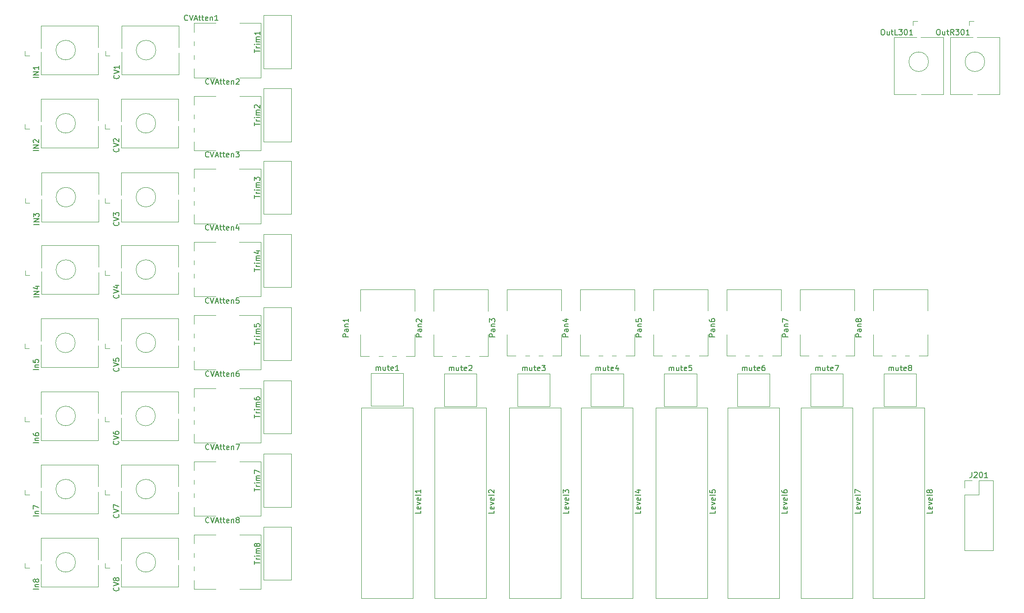
<source format=gbr>
%TF.GenerationSoftware,KiCad,Pcbnew,5.1.12-1.fc35*%
%TF.CreationDate,2022-04-18T11:49:52-04:00*%
%TF.ProjectId,kassuVCA,6b617373-7556-4434-912e-6b696361645f,rev?*%
%TF.SameCoordinates,Original*%
%TF.FileFunction,Legend,Top*%
%TF.FilePolarity,Positive*%
%FSLAX46Y46*%
G04 Gerber Fmt 4.6, Leading zero omitted, Abs format (unit mm)*
G04 Created by KiCad (PCBNEW 5.1.12-1.fc35) date 2022-04-18 11:49:52*
%MOMM*%
%LPD*%
G01*
G04 APERTURE LIST*
%ADD10C,0.120000*%
%ADD11C,0.150000*%
G04 APERTURE END LIST*
D10*
%TO.C,Trim8*%
X70009823Y-129757010D02*
X70009823Y-119987010D01*
X75079823Y-129757010D02*
X75079823Y-119987010D01*
X70009823Y-129757010D02*
X75079823Y-129757010D01*
X70009823Y-119987010D02*
X75079823Y-119987010D01*
%TO.C,Trim7*%
X70009823Y-116314682D02*
X70009823Y-106544682D01*
X75079823Y-116314682D02*
X75079823Y-106544682D01*
X70009823Y-116314682D02*
X75079823Y-116314682D01*
X70009823Y-106544682D02*
X75079823Y-106544682D01*
%TO.C,Trim6*%
X69983103Y-102830519D02*
X69983103Y-93060519D01*
X75053103Y-102830519D02*
X75053103Y-93060519D01*
X69983103Y-102830519D02*
X75053103Y-102830519D01*
X69983103Y-93060519D02*
X75053103Y-93060519D01*
%TO.C,Trim5*%
X69983103Y-89355957D02*
X69983103Y-79585957D01*
X75053103Y-89355957D02*
X75053103Y-79585957D01*
X69983103Y-89355957D02*
X75053103Y-89355957D01*
X69983103Y-79585957D02*
X75053103Y-79585957D01*
%TO.C,Trim4*%
X69987000Y-75878000D02*
X69987000Y-66108000D01*
X75057000Y-75878000D02*
X75057000Y-66108000D01*
X69987000Y-75878000D02*
X75057000Y-75878000D01*
X69987000Y-66108000D02*
X75057000Y-66108000D01*
%TO.C,Trim3*%
X69987000Y-62416000D02*
X69987000Y-52646000D01*
X75057000Y-62416000D02*
X75057000Y-52646000D01*
X69987000Y-62416000D02*
X75057000Y-62416000D01*
X69987000Y-52646000D02*
X75057000Y-52646000D01*
%TO.C,Trim2*%
X69987000Y-49081000D02*
X69987000Y-39311000D01*
X75057000Y-49081000D02*
X75057000Y-39311000D01*
X69987000Y-49081000D02*
X75057000Y-49081000D01*
X69987000Y-39311000D02*
X75057000Y-39311000D01*
%TO.C,Trim1*%
X69987000Y-35619000D02*
X69987000Y-25849000D01*
X75057000Y-35619000D02*
X75057000Y-25849000D01*
X69987000Y-35619000D02*
X75057000Y-35619000D01*
X69987000Y-25849000D02*
X75057000Y-25849000D01*
%TO.C,Pan8*%
X182005000Y-88528000D02*
X182005000Y-84591000D01*
X182005000Y-80224000D02*
X182005000Y-76288000D01*
X192046000Y-88528000D02*
X192046000Y-84591000D01*
X192046000Y-80224000D02*
X192046000Y-76288000D01*
X182005000Y-88528000D02*
X183655000Y-88528000D01*
X185397000Y-88528000D02*
X186156000Y-88528000D01*
X187897000Y-88528000D02*
X188656000Y-88528000D01*
X190396000Y-88528000D02*
X192046000Y-88528000D01*
X182005000Y-76288000D02*
X192046000Y-76288000D01*
%TO.C,Pan7*%
X168543000Y-88528000D02*
X168543000Y-84591000D01*
X168543000Y-80224000D02*
X168543000Y-76288000D01*
X178584000Y-88528000D02*
X178584000Y-84591000D01*
X178584000Y-80224000D02*
X178584000Y-76288000D01*
X168543000Y-88528000D02*
X170193000Y-88528000D01*
X171935000Y-88528000D02*
X172694000Y-88528000D01*
X174435000Y-88528000D02*
X175194000Y-88528000D01*
X176934000Y-88528000D02*
X178584000Y-88528000D01*
X168543000Y-76288000D02*
X178584000Y-76288000D01*
%TO.C,Pan6*%
X155081000Y-88528000D02*
X155081000Y-84591000D01*
X155081000Y-80224000D02*
X155081000Y-76288000D01*
X165122000Y-88528000D02*
X165122000Y-84591000D01*
X165122000Y-80224000D02*
X165122000Y-76288000D01*
X155081000Y-88528000D02*
X156731000Y-88528000D01*
X158473000Y-88528000D02*
X159232000Y-88528000D01*
X160973000Y-88528000D02*
X161732000Y-88528000D01*
X163472000Y-88528000D02*
X165122000Y-88528000D01*
X155081000Y-76288000D02*
X165122000Y-76288000D01*
%TO.C,Pan5*%
X141619000Y-88528000D02*
X141619000Y-84591000D01*
X141619000Y-80224000D02*
X141619000Y-76288000D01*
X151660000Y-88528000D02*
X151660000Y-84591000D01*
X151660000Y-80224000D02*
X151660000Y-76288000D01*
X141619000Y-88528000D02*
X143269000Y-88528000D01*
X145011000Y-88528000D02*
X145770000Y-88528000D01*
X147511000Y-88528000D02*
X148270000Y-88528000D01*
X150010000Y-88528000D02*
X151660000Y-88528000D01*
X141619000Y-76288000D02*
X151660000Y-76288000D01*
%TO.C,Pan4*%
X128157000Y-88528000D02*
X128157000Y-84591000D01*
X128157000Y-80224000D02*
X128157000Y-76288000D01*
X138198000Y-88528000D02*
X138198000Y-84591000D01*
X138198000Y-80224000D02*
X138198000Y-76288000D01*
X128157000Y-88528000D02*
X129807000Y-88528000D01*
X131549000Y-88528000D02*
X132308000Y-88528000D01*
X134049000Y-88528000D02*
X134808000Y-88528000D01*
X136548000Y-88528000D02*
X138198000Y-88528000D01*
X128157000Y-76288000D02*
X138198000Y-76288000D01*
%TO.C,Pan3*%
X114695000Y-88528000D02*
X114695000Y-84591000D01*
X114695000Y-80224000D02*
X114695000Y-76288000D01*
X124736000Y-88528000D02*
X124736000Y-84591000D01*
X124736000Y-80224000D02*
X124736000Y-76288000D01*
X114695000Y-88528000D02*
X116345000Y-88528000D01*
X118087000Y-88528000D02*
X118846000Y-88528000D01*
X120587000Y-88528000D02*
X121346000Y-88528000D01*
X123086000Y-88528000D02*
X124736000Y-88528000D01*
X114695000Y-76288000D02*
X124736000Y-76288000D01*
%TO.C,Pan2*%
X101233000Y-88543000D02*
X101233000Y-84606000D01*
X101233000Y-80239000D02*
X101233000Y-76303000D01*
X111274000Y-88543000D02*
X111274000Y-84606000D01*
X111274000Y-80239000D02*
X111274000Y-76303000D01*
X101233000Y-88543000D02*
X102883000Y-88543000D01*
X104625000Y-88543000D02*
X105384000Y-88543000D01*
X107125000Y-88543000D02*
X107884000Y-88543000D01*
X109624000Y-88543000D02*
X111274000Y-88543000D01*
X101233000Y-76303000D02*
X111274000Y-76303000D01*
%TO.C,Pan1*%
X87771000Y-88543000D02*
X87771000Y-84606000D01*
X87771000Y-80239000D02*
X87771000Y-76303000D01*
X97812000Y-88543000D02*
X97812000Y-84606000D01*
X97812000Y-80239000D02*
X97812000Y-76303000D01*
X87771000Y-88543000D02*
X89421000Y-88543000D01*
X91163000Y-88543000D02*
X91922000Y-88543000D01*
X93663000Y-88543000D02*
X94422000Y-88543000D01*
X96162000Y-88543000D02*
X97812000Y-88543000D01*
X87771000Y-76303000D02*
X97812000Y-76303000D01*
%TO.C,OutR301*%
X196199000Y-29893000D02*
X196199000Y-40393000D01*
X205199000Y-29893000D02*
X205199000Y-40393000D01*
X205199000Y-40393000D02*
X201199000Y-40393000D01*
X200199000Y-40393000D02*
X196199000Y-40393000D01*
X205199000Y-29893000D02*
X201049000Y-29893000D01*
X200349000Y-29893000D02*
X196199000Y-29893000D01*
X202499000Y-34393000D02*
G75*
G03*
X202499000Y-34393000I-1800000J0D01*
G01*
X199639000Y-26913000D02*
X199639000Y-27713000D01*
X199639000Y-26913000D02*
X200499000Y-26913000D01*
%TO.C,OutL301*%
X185873000Y-29893000D02*
X185873000Y-40393000D01*
X194873000Y-29893000D02*
X194873000Y-40393000D01*
X194873000Y-40393000D02*
X190873000Y-40393000D01*
X189873000Y-40393000D02*
X185873000Y-40393000D01*
X194873000Y-29893000D02*
X190723000Y-29893000D01*
X190023000Y-29893000D02*
X185873000Y-29893000D01*
X192173000Y-34393000D02*
G75*
G03*
X192173000Y-34393000I-1800000J0D01*
G01*
X189313000Y-26913000D02*
X189313000Y-27713000D01*
X189313000Y-26913000D02*
X190173000Y-26913000D01*
%TO.C,mute8*%
X183944000Y-91778000D02*
X189944000Y-91778000D01*
X189944000Y-91778000D02*
X189944000Y-97778000D01*
X189944000Y-97778000D02*
X183944000Y-97778000D01*
X183944000Y-97778000D02*
X183944000Y-91778000D01*
%TO.C,mute7*%
X170482000Y-91778000D02*
X176482000Y-91778000D01*
X176482000Y-91778000D02*
X176482000Y-97778000D01*
X176482000Y-97778000D02*
X170482000Y-97778000D01*
X170482000Y-97778000D02*
X170482000Y-91778000D01*
%TO.C,mute6*%
X157020000Y-91778000D02*
X163020000Y-91778000D01*
X163020000Y-91778000D02*
X163020000Y-97778000D01*
X163020000Y-97778000D02*
X157020000Y-97778000D01*
X157020000Y-97778000D02*
X157020000Y-91778000D01*
%TO.C,mute5*%
X143590000Y-91778000D02*
X149590000Y-91778000D01*
X149590000Y-91778000D02*
X149590000Y-97778000D01*
X149590000Y-97778000D02*
X143590000Y-97778000D01*
X143590000Y-97778000D02*
X143590000Y-91778000D01*
%TO.C,mute4*%
X130128000Y-91778000D02*
X136128000Y-91778000D01*
X136128000Y-91778000D02*
X136128000Y-97778000D01*
X136128000Y-97778000D02*
X130128000Y-97778000D01*
X130128000Y-97778000D02*
X130128000Y-91778000D01*
%TO.C,mute3*%
X116634000Y-91778000D02*
X122634000Y-91778000D01*
X122634000Y-91778000D02*
X122634000Y-97778000D01*
X122634000Y-97778000D02*
X116634000Y-97778000D01*
X116634000Y-97778000D02*
X116634000Y-91778000D01*
%TO.C,mute2*%
X103172000Y-91778000D02*
X109172000Y-91778000D01*
X109172000Y-91778000D02*
X109172000Y-97778000D01*
X109172000Y-97778000D02*
X103172000Y-97778000D01*
X103172000Y-97778000D02*
X103172000Y-91778000D01*
%TO.C,mute1*%
X89710000Y-91742000D02*
X95710000Y-91742000D01*
X95710000Y-91742000D02*
X95710000Y-97742000D01*
X95710000Y-97742000D02*
X89710000Y-97742000D01*
X89710000Y-97742000D02*
X89710000Y-91742000D01*
%TO.C,Level8*%
X181940000Y-133070000D02*
X191440000Y-133070000D01*
X181940000Y-98070000D02*
X191440000Y-98070000D01*
X191440000Y-133070000D02*
X191440000Y-98070000D01*
X181940000Y-98070000D02*
X181940000Y-133070000D01*
%TO.C,Level7*%
X168732000Y-133070000D02*
X178232000Y-133070000D01*
X168732000Y-98070000D02*
X178232000Y-98070000D01*
X178232000Y-133070000D02*
X178232000Y-98070000D01*
X168732000Y-98070000D02*
X168732000Y-133070000D01*
%TO.C,Level6*%
X155270000Y-133070000D02*
X164770000Y-133070000D01*
X155270000Y-98070000D02*
X164770000Y-98070000D01*
X164770000Y-133070000D02*
X164770000Y-98070000D01*
X155270000Y-98070000D02*
X155270000Y-133070000D01*
%TO.C,Level5*%
X142062000Y-133070000D02*
X151562000Y-133070000D01*
X142062000Y-98070000D02*
X151562000Y-98070000D01*
X151562000Y-133070000D02*
X151562000Y-98070000D01*
X142062000Y-98070000D02*
X142062000Y-133070000D01*
%TO.C,Level4*%
X128346000Y-133070000D02*
X137846000Y-133070000D01*
X128346000Y-98070000D02*
X137846000Y-98070000D01*
X137846000Y-133070000D02*
X137846000Y-98070000D01*
X128346000Y-98070000D02*
X128346000Y-133070000D01*
%TO.C,Level3*%
X115138000Y-133070000D02*
X124638000Y-133070000D01*
X115138000Y-98070000D02*
X124638000Y-98070000D01*
X124638000Y-133070000D02*
X124638000Y-98070000D01*
X115138000Y-98070000D02*
X115138000Y-133070000D01*
%TO.C,Level2*%
X101422000Y-133070000D02*
X110922000Y-133070000D01*
X101422000Y-98070000D02*
X110922000Y-98070000D01*
X110922000Y-133070000D02*
X110922000Y-98070000D01*
X101422000Y-98070000D02*
X101422000Y-133070000D01*
%TO.C,Level1*%
X87960000Y-133070000D02*
X97460000Y-133070000D01*
X87960000Y-98070000D02*
X97460000Y-98070000D01*
X97460000Y-133070000D02*
X97460000Y-98070000D01*
X87960000Y-98070000D02*
X87960000Y-133070000D01*
%TO.C,J201*%
X198822000Y-124266000D02*
X204022000Y-124266000D01*
X198822000Y-114046000D02*
X198822000Y-124266000D01*
X204022000Y-111446000D02*
X204022000Y-124266000D01*
X198822000Y-114046000D02*
X201422000Y-114046000D01*
X201422000Y-114046000D02*
X201422000Y-111446000D01*
X201422000Y-111446000D02*
X204022000Y-111446000D01*
X198822000Y-112776000D02*
X198822000Y-111446000D01*
X198822000Y-111446000D02*
X200152000Y-111446000D01*
%TO.C,In8*%
X29158000Y-130992000D02*
X39658000Y-130992000D01*
X29158000Y-121992000D02*
X39658000Y-121992000D01*
X39658000Y-121992000D02*
X39658000Y-125992000D01*
X39658000Y-126992000D02*
X39658000Y-130992000D01*
X29158000Y-121992000D02*
X29158000Y-126142000D01*
X29158000Y-126842000D02*
X29158000Y-130992000D01*
X35458000Y-126492000D02*
G75*
G03*
X35458000Y-126492000I-1800000J0D01*
G01*
X26178000Y-127552000D02*
X26978000Y-127552000D01*
X26178000Y-127552000D02*
X26178000Y-126692000D01*
%TO.C,In7*%
X29158000Y-117530000D02*
X39658000Y-117530000D01*
X29158000Y-108530000D02*
X39658000Y-108530000D01*
X39658000Y-108530000D02*
X39658000Y-112530000D01*
X39658000Y-113530000D02*
X39658000Y-117530000D01*
X29158000Y-108530000D02*
X29158000Y-112680000D01*
X29158000Y-113380000D02*
X29158000Y-117530000D01*
X35458000Y-113030000D02*
G75*
G03*
X35458000Y-113030000I-1800000J0D01*
G01*
X26178000Y-114090000D02*
X26978000Y-114090000D01*
X26178000Y-114090000D02*
X26178000Y-113230000D01*
%TO.C,In6*%
X29158000Y-104068000D02*
X39658000Y-104068000D01*
X29158000Y-95068000D02*
X39658000Y-95068000D01*
X39658000Y-95068000D02*
X39658000Y-99068000D01*
X39658000Y-100068000D02*
X39658000Y-104068000D01*
X29158000Y-95068000D02*
X29158000Y-99218000D01*
X29158000Y-99918000D02*
X29158000Y-104068000D01*
X35458000Y-99568000D02*
G75*
G03*
X35458000Y-99568000I-1800000J0D01*
G01*
X26178000Y-100628000D02*
X26978000Y-100628000D01*
X26178000Y-100628000D02*
X26178000Y-99768000D01*
%TO.C,In5*%
X29106000Y-90606000D02*
X39606000Y-90606000D01*
X29106000Y-81606000D02*
X39606000Y-81606000D01*
X39606000Y-81606000D02*
X39606000Y-85606000D01*
X39606000Y-86606000D02*
X39606000Y-90606000D01*
X29106000Y-81606000D02*
X29106000Y-85756000D01*
X29106000Y-86456000D02*
X29106000Y-90606000D01*
X35406000Y-86106000D02*
G75*
G03*
X35406000Y-86106000I-1800000J0D01*
G01*
X26126000Y-87166000D02*
X26926000Y-87166000D01*
X26126000Y-87166000D02*
X26126000Y-86306000D01*
%TO.C,IN4*%
X29188000Y-77144000D02*
X39688000Y-77144000D01*
X29188000Y-68144000D02*
X39688000Y-68144000D01*
X39688000Y-68144000D02*
X39688000Y-72144000D01*
X39688000Y-73144000D02*
X39688000Y-77144000D01*
X29188000Y-68144000D02*
X29188000Y-72294000D01*
X29188000Y-72994000D02*
X29188000Y-77144000D01*
X35488000Y-72644000D02*
G75*
G03*
X35488000Y-72644000I-1800000J0D01*
G01*
X26208000Y-73704000D02*
X27008000Y-73704000D01*
X26208000Y-73704000D02*
X26208000Y-72844000D01*
%TO.C,IN3*%
X29188000Y-63809000D02*
X39688000Y-63809000D01*
X29188000Y-54809000D02*
X39688000Y-54809000D01*
X39688000Y-54809000D02*
X39688000Y-58809000D01*
X39688000Y-59809000D02*
X39688000Y-63809000D01*
X29188000Y-54809000D02*
X29188000Y-58959000D01*
X29188000Y-59659000D02*
X29188000Y-63809000D01*
X35488000Y-59309000D02*
G75*
G03*
X35488000Y-59309000I-1800000J0D01*
G01*
X26208000Y-60369000D02*
X27008000Y-60369000D01*
X26208000Y-60369000D02*
X26208000Y-59509000D01*
%TO.C,IN2*%
X29158000Y-50220000D02*
X39658000Y-50220000D01*
X29158000Y-41220000D02*
X39658000Y-41220000D01*
X39658000Y-41220000D02*
X39658000Y-45220000D01*
X39658000Y-46220000D02*
X39658000Y-50220000D01*
X29158000Y-41220000D02*
X29158000Y-45370000D01*
X29158000Y-46070000D02*
X29158000Y-50220000D01*
X35458000Y-45720000D02*
G75*
G03*
X35458000Y-45720000I-1800000J0D01*
G01*
X26178000Y-46780000D02*
X26978000Y-46780000D01*
X26178000Y-46780000D02*
X26178000Y-45920000D01*
%TO.C,IN1*%
X29158000Y-36758000D02*
X39658000Y-36758000D01*
X29158000Y-27758000D02*
X39658000Y-27758000D01*
X39658000Y-27758000D02*
X39658000Y-31758000D01*
X39658000Y-32758000D02*
X39658000Y-36758000D01*
X29158000Y-27758000D02*
X29158000Y-31908000D01*
X29158000Y-32608000D02*
X29158000Y-36758000D01*
X35458000Y-32258000D02*
G75*
G03*
X35458000Y-32258000I-1800000J0D01*
G01*
X26178000Y-33318000D02*
X26978000Y-33318000D01*
X26178000Y-33318000D02*
X26178000Y-32458000D01*
%TO.C,CVAtten8*%
X57268000Y-121384000D02*
X61205000Y-121384000D01*
X65572000Y-121384000D02*
X69508000Y-121384000D01*
X57268000Y-131425000D02*
X61205000Y-131425000D01*
X65572000Y-131425000D02*
X69508000Y-131425000D01*
X57268000Y-121384000D02*
X57268000Y-123034000D01*
X57268000Y-124776000D02*
X57268000Y-125535000D01*
X57268000Y-127276000D02*
X57268000Y-128035000D01*
X57268000Y-129775000D02*
X57268000Y-131425000D01*
X69508000Y-121384000D02*
X69508000Y-131425000D01*
%TO.C,CVAtten7*%
X57268000Y-107922000D02*
X61205000Y-107922000D01*
X65572000Y-107922000D02*
X69508000Y-107922000D01*
X57268000Y-117963000D02*
X61205000Y-117963000D01*
X65572000Y-117963000D02*
X69508000Y-117963000D01*
X57268000Y-107922000D02*
X57268000Y-109572000D01*
X57268000Y-111314000D02*
X57268000Y-112073000D01*
X57268000Y-113814000D02*
X57268000Y-114573000D01*
X57268000Y-116313000D02*
X57268000Y-117963000D01*
X69508000Y-107922000D02*
X69508000Y-117963000D01*
%TO.C,CVAtten6*%
X57268000Y-94460000D02*
X61205000Y-94460000D01*
X65572000Y-94460000D02*
X69508000Y-94460000D01*
X57268000Y-104501000D02*
X61205000Y-104501000D01*
X65572000Y-104501000D02*
X69508000Y-104501000D01*
X57268000Y-94460000D02*
X57268000Y-96110000D01*
X57268000Y-97852000D02*
X57268000Y-98611000D01*
X57268000Y-100352000D02*
X57268000Y-101111000D01*
X57268000Y-102851000D02*
X57268000Y-104501000D01*
X69508000Y-94460000D02*
X69508000Y-104501000D01*
%TO.C,CVAtten5*%
X57253000Y-80998000D02*
X61190000Y-80998000D01*
X65557000Y-80998000D02*
X69493000Y-80998000D01*
X57253000Y-91039000D02*
X61190000Y-91039000D01*
X65557000Y-91039000D02*
X69493000Y-91039000D01*
X57253000Y-80998000D02*
X57253000Y-82648000D01*
X57253000Y-84390000D02*
X57253000Y-85149000D01*
X57253000Y-86890000D02*
X57253000Y-87649000D01*
X57253000Y-89389000D02*
X57253000Y-91039000D01*
X69493000Y-80998000D02*
X69493000Y-91039000D01*
%TO.C,CVAtten4*%
X57253000Y-67536000D02*
X61190000Y-67536000D01*
X65557000Y-67536000D02*
X69493000Y-67536000D01*
X57253000Y-77577000D02*
X61190000Y-77577000D01*
X65557000Y-77577000D02*
X69493000Y-77577000D01*
X57253000Y-67536000D02*
X57253000Y-69186000D01*
X57253000Y-70928000D02*
X57253000Y-71687000D01*
X57253000Y-73428000D02*
X57253000Y-74187000D01*
X57253000Y-75927000D02*
X57253000Y-77577000D01*
X69493000Y-67536000D02*
X69493000Y-77577000D01*
%TO.C,CVAtten3*%
X57253000Y-54116000D02*
X61190000Y-54116000D01*
X65557000Y-54116000D02*
X69493000Y-54116000D01*
X57253000Y-64157000D02*
X61190000Y-64157000D01*
X65557000Y-64157000D02*
X69493000Y-64157000D01*
X57253000Y-54116000D02*
X57253000Y-55766000D01*
X57253000Y-57508000D02*
X57253000Y-58267000D01*
X57253000Y-60008000D02*
X57253000Y-60767000D01*
X57253000Y-62507000D02*
X57253000Y-64157000D01*
X69493000Y-54116000D02*
X69493000Y-64157000D01*
%TO.C,CVAtten2*%
X57268000Y-40699000D02*
X61205000Y-40699000D01*
X65572000Y-40699000D02*
X69508000Y-40699000D01*
X57268000Y-50740000D02*
X61205000Y-50740000D01*
X65572000Y-50740000D02*
X69508000Y-50740000D01*
X57268000Y-40699000D02*
X57268000Y-42349000D01*
X57268000Y-44091000D02*
X57268000Y-44850000D01*
X57268000Y-46591000D02*
X57268000Y-47350000D01*
X57268000Y-49090000D02*
X57268000Y-50740000D01*
X69508000Y-40699000D02*
X69508000Y-50740000D01*
%TO.C,CVAtten1*%
X57268000Y-27277000D02*
X61205000Y-27277000D01*
X65572000Y-27277000D02*
X69508000Y-27277000D01*
X57268000Y-37318000D02*
X61205000Y-37318000D01*
X65572000Y-37318000D02*
X69508000Y-37318000D01*
X57268000Y-27277000D02*
X57268000Y-28927000D01*
X57268000Y-30669000D02*
X57268000Y-31428000D01*
X57268000Y-33169000D02*
X57268000Y-33928000D01*
X57268000Y-35668000D02*
X57268000Y-37318000D01*
X69508000Y-27277000D02*
X69508000Y-37318000D01*
%TO.C,CV8*%
X43890000Y-130992000D02*
X54390000Y-130992000D01*
X43890000Y-121992000D02*
X54390000Y-121992000D01*
X54390000Y-121992000D02*
X54390000Y-125992000D01*
X54390000Y-126992000D02*
X54390000Y-130992000D01*
X43890000Y-121992000D02*
X43890000Y-126142000D01*
X43890000Y-126842000D02*
X43890000Y-130992000D01*
X50190000Y-126492000D02*
G75*
G03*
X50190000Y-126492000I-1800000J0D01*
G01*
X40910000Y-127552000D02*
X41710000Y-127552000D01*
X40910000Y-127552000D02*
X40910000Y-126692000D01*
%TO.C,CV7*%
X43890000Y-117530000D02*
X54390000Y-117530000D01*
X43890000Y-108530000D02*
X54390000Y-108530000D01*
X54390000Y-108530000D02*
X54390000Y-112530000D01*
X54390000Y-113530000D02*
X54390000Y-117530000D01*
X43890000Y-108530000D02*
X43890000Y-112680000D01*
X43890000Y-113380000D02*
X43890000Y-117530000D01*
X50190000Y-113030000D02*
G75*
G03*
X50190000Y-113030000I-1800000J0D01*
G01*
X40910000Y-114090000D02*
X41710000Y-114090000D01*
X40910000Y-114090000D02*
X40910000Y-113230000D01*
%TO.C,CV6*%
X43838000Y-104068000D02*
X54338000Y-104068000D01*
X43838000Y-95068000D02*
X54338000Y-95068000D01*
X54338000Y-95068000D02*
X54338000Y-99068000D01*
X54338000Y-100068000D02*
X54338000Y-104068000D01*
X43838000Y-95068000D02*
X43838000Y-99218000D01*
X43838000Y-99918000D02*
X43838000Y-104068000D01*
X50138000Y-99568000D02*
G75*
G03*
X50138000Y-99568000I-1800000J0D01*
G01*
X40858000Y-100628000D02*
X41658000Y-100628000D01*
X40858000Y-100628000D02*
X40858000Y-99768000D01*
%TO.C,CV5*%
X43890000Y-90606000D02*
X54390000Y-90606000D01*
X43890000Y-81606000D02*
X54390000Y-81606000D01*
X54390000Y-81606000D02*
X54390000Y-85606000D01*
X54390000Y-86606000D02*
X54390000Y-90606000D01*
X43890000Y-81606000D02*
X43890000Y-85756000D01*
X43890000Y-86456000D02*
X43890000Y-90606000D01*
X50190000Y-86106000D02*
G75*
G03*
X50190000Y-86106000I-1800000J0D01*
G01*
X40910000Y-87166000D02*
X41710000Y-87166000D01*
X40910000Y-87166000D02*
X40910000Y-86306000D01*
%TO.C,CV4*%
X43890000Y-77144000D02*
X54390000Y-77144000D01*
X43890000Y-68144000D02*
X54390000Y-68144000D01*
X54390000Y-68144000D02*
X54390000Y-72144000D01*
X54390000Y-73144000D02*
X54390000Y-77144000D01*
X43890000Y-68144000D02*
X43890000Y-72294000D01*
X43890000Y-72994000D02*
X43890000Y-77144000D01*
X50190000Y-72644000D02*
G75*
G03*
X50190000Y-72644000I-1800000J0D01*
G01*
X40910000Y-73704000D02*
X41710000Y-73704000D01*
X40910000Y-73704000D02*
X40910000Y-72844000D01*
%TO.C,CV3*%
X43890000Y-63809000D02*
X54390000Y-63809000D01*
X43890000Y-54809000D02*
X54390000Y-54809000D01*
X54390000Y-54809000D02*
X54390000Y-58809000D01*
X54390000Y-59809000D02*
X54390000Y-63809000D01*
X43890000Y-54809000D02*
X43890000Y-58959000D01*
X43890000Y-59659000D02*
X43890000Y-63809000D01*
X50190000Y-59309000D02*
G75*
G03*
X50190000Y-59309000I-1800000J0D01*
G01*
X40910000Y-60369000D02*
X41710000Y-60369000D01*
X40910000Y-60369000D02*
X40910000Y-59509000D01*
%TO.C,CV2*%
X43890000Y-50220000D02*
X54390000Y-50220000D01*
X43890000Y-41220000D02*
X54390000Y-41220000D01*
X54390000Y-41220000D02*
X54390000Y-45220000D01*
X54390000Y-46220000D02*
X54390000Y-50220000D01*
X43890000Y-41220000D02*
X43890000Y-45370000D01*
X43890000Y-46070000D02*
X43890000Y-50220000D01*
X50190000Y-45720000D02*
G75*
G03*
X50190000Y-45720000I-1800000J0D01*
G01*
X40910000Y-46780000D02*
X41710000Y-46780000D01*
X40910000Y-46780000D02*
X40910000Y-45920000D01*
%TO.C,CV1*%
X43920000Y-36758000D02*
X54420000Y-36758000D01*
X43920000Y-27758000D02*
X54420000Y-27758000D01*
X54420000Y-27758000D02*
X54420000Y-31758000D01*
X54420000Y-32758000D02*
X54420000Y-36758000D01*
X43920000Y-27758000D02*
X43920000Y-31908000D01*
X43920000Y-32608000D02*
X43920000Y-36758000D01*
X50220000Y-32258000D02*
G75*
G03*
X50220000Y-32258000I-1800000J0D01*
G01*
X40940000Y-33318000D02*
X41740000Y-33318000D01*
X40940000Y-33318000D02*
X40940000Y-32458000D01*
%TO.C,Trim8*%
D11*
X68332203Y-126848200D02*
X68332203Y-126276771D01*
X69332203Y-126562486D02*
X68332203Y-126562486D01*
X69332203Y-125943438D02*
X68665537Y-125943438D01*
X68856013Y-125943438D02*
X68760775Y-125895819D01*
X68713156Y-125848200D01*
X68665537Y-125752962D01*
X68665537Y-125657724D01*
X69332203Y-125324390D02*
X68665537Y-125324390D01*
X68332203Y-125324390D02*
X68379823Y-125372010D01*
X68427442Y-125324390D01*
X68379823Y-125276771D01*
X68332203Y-125324390D01*
X68427442Y-125324390D01*
X69332203Y-124848200D02*
X68665537Y-124848200D01*
X68760775Y-124848200D02*
X68713156Y-124800581D01*
X68665537Y-124705343D01*
X68665537Y-124562486D01*
X68713156Y-124467248D01*
X68808394Y-124419629D01*
X69332203Y-124419629D01*
X68808394Y-124419629D02*
X68713156Y-124372010D01*
X68665537Y-124276771D01*
X68665537Y-124133914D01*
X68713156Y-124038676D01*
X68808394Y-123991057D01*
X69332203Y-123991057D01*
X68760775Y-123372010D02*
X68713156Y-123467248D01*
X68665537Y-123514867D01*
X68570299Y-123562486D01*
X68522680Y-123562486D01*
X68427442Y-123514867D01*
X68379823Y-123467248D01*
X68332203Y-123372010D01*
X68332203Y-123181533D01*
X68379823Y-123086295D01*
X68427442Y-123038676D01*
X68522680Y-122991057D01*
X68570299Y-122991057D01*
X68665537Y-123038676D01*
X68713156Y-123086295D01*
X68760775Y-123181533D01*
X68760775Y-123372010D01*
X68808394Y-123467248D01*
X68856013Y-123514867D01*
X68951251Y-123562486D01*
X69141727Y-123562486D01*
X69236965Y-123514867D01*
X69284584Y-123467248D01*
X69332203Y-123372010D01*
X69332203Y-123181533D01*
X69284584Y-123086295D01*
X69236965Y-123038676D01*
X69141727Y-122991057D01*
X68951251Y-122991057D01*
X68856013Y-123038676D01*
X68808394Y-123086295D01*
X68760775Y-123181533D01*
%TO.C,Trim7*%
X68332203Y-113405872D02*
X68332203Y-112834443D01*
X69332203Y-113120158D02*
X68332203Y-113120158D01*
X69332203Y-112501110D02*
X68665537Y-112501110D01*
X68856013Y-112501110D02*
X68760775Y-112453491D01*
X68713156Y-112405872D01*
X68665537Y-112310634D01*
X68665537Y-112215396D01*
X69332203Y-111882062D02*
X68665537Y-111882062D01*
X68332203Y-111882062D02*
X68379823Y-111929682D01*
X68427442Y-111882062D01*
X68379823Y-111834443D01*
X68332203Y-111882062D01*
X68427442Y-111882062D01*
X69332203Y-111405872D02*
X68665537Y-111405872D01*
X68760775Y-111405872D02*
X68713156Y-111358253D01*
X68665537Y-111263015D01*
X68665537Y-111120158D01*
X68713156Y-111024920D01*
X68808394Y-110977301D01*
X69332203Y-110977301D01*
X68808394Y-110977301D02*
X68713156Y-110929682D01*
X68665537Y-110834443D01*
X68665537Y-110691586D01*
X68713156Y-110596348D01*
X68808394Y-110548729D01*
X69332203Y-110548729D01*
X68332203Y-110167777D02*
X68332203Y-109501110D01*
X69332203Y-109929682D01*
%TO.C,Trim6*%
X68305483Y-99921709D02*
X68305483Y-99350280D01*
X69305483Y-99635995D02*
X68305483Y-99635995D01*
X69305483Y-99016947D02*
X68638817Y-99016947D01*
X68829293Y-99016947D02*
X68734055Y-98969328D01*
X68686436Y-98921709D01*
X68638817Y-98826471D01*
X68638817Y-98731233D01*
X69305483Y-98397899D02*
X68638817Y-98397899D01*
X68305483Y-98397899D02*
X68353103Y-98445519D01*
X68400722Y-98397899D01*
X68353103Y-98350280D01*
X68305483Y-98397899D01*
X68400722Y-98397899D01*
X69305483Y-97921709D02*
X68638817Y-97921709D01*
X68734055Y-97921709D02*
X68686436Y-97874090D01*
X68638817Y-97778852D01*
X68638817Y-97635995D01*
X68686436Y-97540757D01*
X68781674Y-97493138D01*
X69305483Y-97493138D01*
X68781674Y-97493138D02*
X68686436Y-97445519D01*
X68638817Y-97350280D01*
X68638817Y-97207423D01*
X68686436Y-97112185D01*
X68781674Y-97064566D01*
X69305483Y-97064566D01*
X68305483Y-96159804D02*
X68305483Y-96350280D01*
X68353103Y-96445519D01*
X68400722Y-96493138D01*
X68543579Y-96588376D01*
X68734055Y-96635995D01*
X69115007Y-96635995D01*
X69210245Y-96588376D01*
X69257864Y-96540757D01*
X69305483Y-96445519D01*
X69305483Y-96255042D01*
X69257864Y-96159804D01*
X69210245Y-96112185D01*
X69115007Y-96064566D01*
X68876912Y-96064566D01*
X68781674Y-96112185D01*
X68734055Y-96159804D01*
X68686436Y-96255042D01*
X68686436Y-96445519D01*
X68734055Y-96540757D01*
X68781674Y-96588376D01*
X68876912Y-96635995D01*
%TO.C,Trim5*%
X68305483Y-86447147D02*
X68305483Y-85875718D01*
X69305483Y-86161433D02*
X68305483Y-86161433D01*
X69305483Y-85542385D02*
X68638817Y-85542385D01*
X68829293Y-85542385D02*
X68734055Y-85494766D01*
X68686436Y-85447147D01*
X68638817Y-85351909D01*
X68638817Y-85256671D01*
X69305483Y-84923337D02*
X68638817Y-84923337D01*
X68305483Y-84923337D02*
X68353103Y-84970957D01*
X68400722Y-84923337D01*
X68353103Y-84875718D01*
X68305483Y-84923337D01*
X68400722Y-84923337D01*
X69305483Y-84447147D02*
X68638817Y-84447147D01*
X68734055Y-84447147D02*
X68686436Y-84399528D01*
X68638817Y-84304290D01*
X68638817Y-84161433D01*
X68686436Y-84066195D01*
X68781674Y-84018576D01*
X69305483Y-84018576D01*
X68781674Y-84018576D02*
X68686436Y-83970957D01*
X68638817Y-83875718D01*
X68638817Y-83732861D01*
X68686436Y-83637623D01*
X68781674Y-83590004D01*
X69305483Y-83590004D01*
X68305483Y-82637623D02*
X68305483Y-83113814D01*
X68781674Y-83161433D01*
X68734055Y-83113814D01*
X68686436Y-83018576D01*
X68686436Y-82780480D01*
X68734055Y-82685242D01*
X68781674Y-82637623D01*
X68876912Y-82590004D01*
X69115007Y-82590004D01*
X69210245Y-82637623D01*
X69257864Y-82685242D01*
X69305483Y-82780480D01*
X69305483Y-83018576D01*
X69257864Y-83113814D01*
X69210245Y-83161433D01*
%TO.C,Trim4*%
X68309380Y-72969190D02*
X68309380Y-72397761D01*
X69309380Y-72683476D02*
X68309380Y-72683476D01*
X69309380Y-72064428D02*
X68642714Y-72064428D01*
X68833190Y-72064428D02*
X68737952Y-72016809D01*
X68690333Y-71969190D01*
X68642714Y-71873952D01*
X68642714Y-71778714D01*
X69309380Y-71445380D02*
X68642714Y-71445380D01*
X68309380Y-71445380D02*
X68357000Y-71493000D01*
X68404619Y-71445380D01*
X68357000Y-71397761D01*
X68309380Y-71445380D01*
X68404619Y-71445380D01*
X69309380Y-70969190D02*
X68642714Y-70969190D01*
X68737952Y-70969190D02*
X68690333Y-70921571D01*
X68642714Y-70826333D01*
X68642714Y-70683476D01*
X68690333Y-70588238D01*
X68785571Y-70540619D01*
X69309380Y-70540619D01*
X68785571Y-70540619D02*
X68690333Y-70493000D01*
X68642714Y-70397761D01*
X68642714Y-70254904D01*
X68690333Y-70159666D01*
X68785571Y-70112047D01*
X69309380Y-70112047D01*
X68642714Y-69207285D02*
X69309380Y-69207285D01*
X68261761Y-69445380D02*
X68976047Y-69683476D01*
X68976047Y-69064428D01*
%TO.C,Trim3*%
X68309380Y-59507190D02*
X68309380Y-58935761D01*
X69309380Y-59221476D02*
X68309380Y-59221476D01*
X69309380Y-58602428D02*
X68642714Y-58602428D01*
X68833190Y-58602428D02*
X68737952Y-58554809D01*
X68690333Y-58507190D01*
X68642714Y-58411952D01*
X68642714Y-58316714D01*
X69309380Y-57983380D02*
X68642714Y-57983380D01*
X68309380Y-57983380D02*
X68357000Y-58031000D01*
X68404619Y-57983380D01*
X68357000Y-57935761D01*
X68309380Y-57983380D01*
X68404619Y-57983380D01*
X69309380Y-57507190D02*
X68642714Y-57507190D01*
X68737952Y-57507190D02*
X68690333Y-57459571D01*
X68642714Y-57364333D01*
X68642714Y-57221476D01*
X68690333Y-57126238D01*
X68785571Y-57078619D01*
X69309380Y-57078619D01*
X68785571Y-57078619D02*
X68690333Y-57031000D01*
X68642714Y-56935761D01*
X68642714Y-56792904D01*
X68690333Y-56697666D01*
X68785571Y-56650047D01*
X69309380Y-56650047D01*
X68309380Y-56269095D02*
X68309380Y-55650047D01*
X68690333Y-55983380D01*
X68690333Y-55840523D01*
X68737952Y-55745285D01*
X68785571Y-55697666D01*
X68880809Y-55650047D01*
X69118904Y-55650047D01*
X69214142Y-55697666D01*
X69261761Y-55745285D01*
X69309380Y-55840523D01*
X69309380Y-56126238D01*
X69261761Y-56221476D01*
X69214142Y-56269095D01*
%TO.C,Trim2*%
X68309380Y-46172190D02*
X68309380Y-45600761D01*
X69309380Y-45886476D02*
X68309380Y-45886476D01*
X69309380Y-45267428D02*
X68642714Y-45267428D01*
X68833190Y-45267428D02*
X68737952Y-45219809D01*
X68690333Y-45172190D01*
X68642714Y-45076952D01*
X68642714Y-44981714D01*
X69309380Y-44648380D02*
X68642714Y-44648380D01*
X68309380Y-44648380D02*
X68357000Y-44696000D01*
X68404619Y-44648380D01*
X68357000Y-44600761D01*
X68309380Y-44648380D01*
X68404619Y-44648380D01*
X69309380Y-44172190D02*
X68642714Y-44172190D01*
X68737952Y-44172190D02*
X68690333Y-44124571D01*
X68642714Y-44029333D01*
X68642714Y-43886476D01*
X68690333Y-43791238D01*
X68785571Y-43743619D01*
X69309380Y-43743619D01*
X68785571Y-43743619D02*
X68690333Y-43696000D01*
X68642714Y-43600761D01*
X68642714Y-43457904D01*
X68690333Y-43362666D01*
X68785571Y-43315047D01*
X69309380Y-43315047D01*
X68404619Y-42886476D02*
X68357000Y-42838857D01*
X68309380Y-42743619D01*
X68309380Y-42505523D01*
X68357000Y-42410285D01*
X68404619Y-42362666D01*
X68499857Y-42315047D01*
X68595095Y-42315047D01*
X68737952Y-42362666D01*
X69309380Y-42934095D01*
X69309380Y-42315047D01*
%TO.C,Trim1*%
X68309380Y-32710190D02*
X68309380Y-32138761D01*
X69309380Y-32424476D02*
X68309380Y-32424476D01*
X69309380Y-31805428D02*
X68642714Y-31805428D01*
X68833190Y-31805428D02*
X68737952Y-31757809D01*
X68690333Y-31710190D01*
X68642714Y-31614952D01*
X68642714Y-31519714D01*
X69309380Y-31186380D02*
X68642714Y-31186380D01*
X68309380Y-31186380D02*
X68357000Y-31234000D01*
X68404619Y-31186380D01*
X68357000Y-31138761D01*
X68309380Y-31186380D01*
X68404619Y-31186380D01*
X69309380Y-30710190D02*
X68642714Y-30710190D01*
X68737952Y-30710190D02*
X68690333Y-30662571D01*
X68642714Y-30567333D01*
X68642714Y-30424476D01*
X68690333Y-30329238D01*
X68785571Y-30281619D01*
X69309380Y-30281619D01*
X68785571Y-30281619D02*
X68690333Y-30234000D01*
X68642714Y-30138761D01*
X68642714Y-29995904D01*
X68690333Y-29900666D01*
X68785571Y-29853047D01*
X69309380Y-29853047D01*
X69309380Y-28853047D02*
X69309380Y-29424476D01*
X69309380Y-29138761D02*
X68309380Y-29138761D01*
X68452238Y-29234000D01*
X68547476Y-29329238D01*
X68595095Y-29424476D01*
%TO.C,Pan8*%
X179828380Y-85000857D02*
X178828380Y-85000857D01*
X178828380Y-84619904D01*
X178876000Y-84524666D01*
X178923619Y-84477047D01*
X179018857Y-84429428D01*
X179161714Y-84429428D01*
X179256952Y-84477047D01*
X179304571Y-84524666D01*
X179352190Y-84619904D01*
X179352190Y-85000857D01*
X179828380Y-83572285D02*
X179304571Y-83572285D01*
X179209333Y-83619904D01*
X179161714Y-83715142D01*
X179161714Y-83905619D01*
X179209333Y-84000857D01*
X179780761Y-83572285D02*
X179828380Y-83667523D01*
X179828380Y-83905619D01*
X179780761Y-84000857D01*
X179685523Y-84048476D01*
X179590285Y-84048476D01*
X179495047Y-84000857D01*
X179447428Y-83905619D01*
X179447428Y-83667523D01*
X179399809Y-83572285D01*
X179161714Y-83096095D02*
X179828380Y-83096095D01*
X179256952Y-83096095D02*
X179209333Y-83048476D01*
X179161714Y-82953238D01*
X179161714Y-82810380D01*
X179209333Y-82715142D01*
X179304571Y-82667523D01*
X179828380Y-82667523D01*
X179256952Y-82048476D02*
X179209333Y-82143714D01*
X179161714Y-82191333D01*
X179066476Y-82238952D01*
X179018857Y-82238952D01*
X178923619Y-82191333D01*
X178876000Y-82143714D01*
X178828380Y-82048476D01*
X178828380Y-81858000D01*
X178876000Y-81762761D01*
X178923619Y-81715142D01*
X179018857Y-81667523D01*
X179066476Y-81667523D01*
X179161714Y-81715142D01*
X179209333Y-81762761D01*
X179256952Y-81858000D01*
X179256952Y-82048476D01*
X179304571Y-82143714D01*
X179352190Y-82191333D01*
X179447428Y-82238952D01*
X179637904Y-82238952D01*
X179733142Y-82191333D01*
X179780761Y-82143714D01*
X179828380Y-82048476D01*
X179828380Y-81858000D01*
X179780761Y-81762761D01*
X179733142Y-81715142D01*
X179637904Y-81667523D01*
X179447428Y-81667523D01*
X179352190Y-81715142D01*
X179304571Y-81762761D01*
X179256952Y-81858000D01*
%TO.C,Pan7*%
X166366380Y-85000857D02*
X165366380Y-85000857D01*
X165366380Y-84619904D01*
X165414000Y-84524666D01*
X165461619Y-84477047D01*
X165556857Y-84429428D01*
X165699714Y-84429428D01*
X165794952Y-84477047D01*
X165842571Y-84524666D01*
X165890190Y-84619904D01*
X165890190Y-85000857D01*
X166366380Y-83572285D02*
X165842571Y-83572285D01*
X165747333Y-83619904D01*
X165699714Y-83715142D01*
X165699714Y-83905619D01*
X165747333Y-84000857D01*
X166318761Y-83572285D02*
X166366380Y-83667523D01*
X166366380Y-83905619D01*
X166318761Y-84000857D01*
X166223523Y-84048476D01*
X166128285Y-84048476D01*
X166033047Y-84000857D01*
X165985428Y-83905619D01*
X165985428Y-83667523D01*
X165937809Y-83572285D01*
X165699714Y-83096095D02*
X166366380Y-83096095D01*
X165794952Y-83096095D02*
X165747333Y-83048476D01*
X165699714Y-82953238D01*
X165699714Y-82810380D01*
X165747333Y-82715142D01*
X165842571Y-82667523D01*
X166366380Y-82667523D01*
X165366380Y-82286571D02*
X165366380Y-81619904D01*
X166366380Y-82048476D01*
%TO.C,Pan6*%
X152904380Y-85000857D02*
X151904380Y-85000857D01*
X151904380Y-84619904D01*
X151952000Y-84524666D01*
X151999619Y-84477047D01*
X152094857Y-84429428D01*
X152237714Y-84429428D01*
X152332952Y-84477047D01*
X152380571Y-84524666D01*
X152428190Y-84619904D01*
X152428190Y-85000857D01*
X152904380Y-83572285D02*
X152380571Y-83572285D01*
X152285333Y-83619904D01*
X152237714Y-83715142D01*
X152237714Y-83905619D01*
X152285333Y-84000857D01*
X152856761Y-83572285D02*
X152904380Y-83667523D01*
X152904380Y-83905619D01*
X152856761Y-84000857D01*
X152761523Y-84048476D01*
X152666285Y-84048476D01*
X152571047Y-84000857D01*
X152523428Y-83905619D01*
X152523428Y-83667523D01*
X152475809Y-83572285D01*
X152237714Y-83096095D02*
X152904380Y-83096095D01*
X152332952Y-83096095D02*
X152285333Y-83048476D01*
X152237714Y-82953238D01*
X152237714Y-82810380D01*
X152285333Y-82715142D01*
X152380571Y-82667523D01*
X152904380Y-82667523D01*
X151904380Y-81762761D02*
X151904380Y-81953238D01*
X151952000Y-82048476D01*
X151999619Y-82096095D01*
X152142476Y-82191333D01*
X152332952Y-82238952D01*
X152713904Y-82238952D01*
X152809142Y-82191333D01*
X152856761Y-82143714D01*
X152904380Y-82048476D01*
X152904380Y-81858000D01*
X152856761Y-81762761D01*
X152809142Y-81715142D01*
X152713904Y-81667523D01*
X152475809Y-81667523D01*
X152380571Y-81715142D01*
X152332952Y-81762761D01*
X152285333Y-81858000D01*
X152285333Y-82048476D01*
X152332952Y-82143714D01*
X152380571Y-82191333D01*
X152475809Y-82238952D01*
%TO.C,Pan5*%
X139442380Y-85000857D02*
X138442380Y-85000857D01*
X138442380Y-84619904D01*
X138490000Y-84524666D01*
X138537619Y-84477047D01*
X138632857Y-84429428D01*
X138775714Y-84429428D01*
X138870952Y-84477047D01*
X138918571Y-84524666D01*
X138966190Y-84619904D01*
X138966190Y-85000857D01*
X139442380Y-83572285D02*
X138918571Y-83572285D01*
X138823333Y-83619904D01*
X138775714Y-83715142D01*
X138775714Y-83905619D01*
X138823333Y-84000857D01*
X139394761Y-83572285D02*
X139442380Y-83667523D01*
X139442380Y-83905619D01*
X139394761Y-84000857D01*
X139299523Y-84048476D01*
X139204285Y-84048476D01*
X139109047Y-84000857D01*
X139061428Y-83905619D01*
X139061428Y-83667523D01*
X139013809Y-83572285D01*
X138775714Y-83096095D02*
X139442380Y-83096095D01*
X138870952Y-83096095D02*
X138823333Y-83048476D01*
X138775714Y-82953238D01*
X138775714Y-82810380D01*
X138823333Y-82715142D01*
X138918571Y-82667523D01*
X139442380Y-82667523D01*
X138442380Y-81715142D02*
X138442380Y-82191333D01*
X138918571Y-82238952D01*
X138870952Y-82191333D01*
X138823333Y-82096095D01*
X138823333Y-81858000D01*
X138870952Y-81762761D01*
X138918571Y-81715142D01*
X139013809Y-81667523D01*
X139251904Y-81667523D01*
X139347142Y-81715142D01*
X139394761Y-81762761D01*
X139442380Y-81858000D01*
X139442380Y-82096095D01*
X139394761Y-82191333D01*
X139347142Y-82238952D01*
%TO.C,Pan4*%
X125980380Y-85000857D02*
X124980380Y-85000857D01*
X124980380Y-84619904D01*
X125028000Y-84524666D01*
X125075619Y-84477047D01*
X125170857Y-84429428D01*
X125313714Y-84429428D01*
X125408952Y-84477047D01*
X125456571Y-84524666D01*
X125504190Y-84619904D01*
X125504190Y-85000857D01*
X125980380Y-83572285D02*
X125456571Y-83572285D01*
X125361333Y-83619904D01*
X125313714Y-83715142D01*
X125313714Y-83905619D01*
X125361333Y-84000857D01*
X125932761Y-83572285D02*
X125980380Y-83667523D01*
X125980380Y-83905619D01*
X125932761Y-84000857D01*
X125837523Y-84048476D01*
X125742285Y-84048476D01*
X125647047Y-84000857D01*
X125599428Y-83905619D01*
X125599428Y-83667523D01*
X125551809Y-83572285D01*
X125313714Y-83096095D02*
X125980380Y-83096095D01*
X125408952Y-83096095D02*
X125361333Y-83048476D01*
X125313714Y-82953238D01*
X125313714Y-82810380D01*
X125361333Y-82715142D01*
X125456571Y-82667523D01*
X125980380Y-82667523D01*
X125313714Y-81762761D02*
X125980380Y-81762761D01*
X124932761Y-82000857D02*
X125647047Y-82238952D01*
X125647047Y-81619904D01*
%TO.C,Pan3*%
X112518380Y-85000857D02*
X111518380Y-85000857D01*
X111518380Y-84619904D01*
X111566000Y-84524666D01*
X111613619Y-84477047D01*
X111708857Y-84429428D01*
X111851714Y-84429428D01*
X111946952Y-84477047D01*
X111994571Y-84524666D01*
X112042190Y-84619904D01*
X112042190Y-85000857D01*
X112518380Y-83572285D02*
X111994571Y-83572285D01*
X111899333Y-83619904D01*
X111851714Y-83715142D01*
X111851714Y-83905619D01*
X111899333Y-84000857D01*
X112470761Y-83572285D02*
X112518380Y-83667523D01*
X112518380Y-83905619D01*
X112470761Y-84000857D01*
X112375523Y-84048476D01*
X112280285Y-84048476D01*
X112185047Y-84000857D01*
X112137428Y-83905619D01*
X112137428Y-83667523D01*
X112089809Y-83572285D01*
X111851714Y-83096095D02*
X112518380Y-83096095D01*
X111946952Y-83096095D02*
X111899333Y-83048476D01*
X111851714Y-82953238D01*
X111851714Y-82810380D01*
X111899333Y-82715142D01*
X111994571Y-82667523D01*
X112518380Y-82667523D01*
X111518380Y-82286571D02*
X111518380Y-81667523D01*
X111899333Y-82000857D01*
X111899333Y-81858000D01*
X111946952Y-81762761D01*
X111994571Y-81715142D01*
X112089809Y-81667523D01*
X112327904Y-81667523D01*
X112423142Y-81715142D01*
X112470761Y-81762761D01*
X112518380Y-81858000D01*
X112518380Y-82143714D01*
X112470761Y-82238952D01*
X112423142Y-82286571D01*
%TO.C,Pan2*%
X99056380Y-85015857D02*
X98056380Y-85015857D01*
X98056380Y-84634904D01*
X98104000Y-84539666D01*
X98151619Y-84492047D01*
X98246857Y-84444428D01*
X98389714Y-84444428D01*
X98484952Y-84492047D01*
X98532571Y-84539666D01*
X98580190Y-84634904D01*
X98580190Y-85015857D01*
X99056380Y-83587285D02*
X98532571Y-83587285D01*
X98437333Y-83634904D01*
X98389714Y-83730142D01*
X98389714Y-83920619D01*
X98437333Y-84015857D01*
X99008761Y-83587285D02*
X99056380Y-83682523D01*
X99056380Y-83920619D01*
X99008761Y-84015857D01*
X98913523Y-84063476D01*
X98818285Y-84063476D01*
X98723047Y-84015857D01*
X98675428Y-83920619D01*
X98675428Y-83682523D01*
X98627809Y-83587285D01*
X98389714Y-83111095D02*
X99056380Y-83111095D01*
X98484952Y-83111095D02*
X98437333Y-83063476D01*
X98389714Y-82968238D01*
X98389714Y-82825380D01*
X98437333Y-82730142D01*
X98532571Y-82682523D01*
X99056380Y-82682523D01*
X98151619Y-82253952D02*
X98104000Y-82206333D01*
X98056380Y-82111095D01*
X98056380Y-81873000D01*
X98104000Y-81777761D01*
X98151619Y-81730142D01*
X98246857Y-81682523D01*
X98342095Y-81682523D01*
X98484952Y-81730142D01*
X99056380Y-82301571D01*
X99056380Y-81682523D01*
%TO.C,Pan1*%
X85594380Y-85015857D02*
X84594380Y-85015857D01*
X84594380Y-84634904D01*
X84642000Y-84539666D01*
X84689619Y-84492047D01*
X84784857Y-84444428D01*
X84927714Y-84444428D01*
X85022952Y-84492047D01*
X85070571Y-84539666D01*
X85118190Y-84634904D01*
X85118190Y-85015857D01*
X85594380Y-83587285D02*
X85070571Y-83587285D01*
X84975333Y-83634904D01*
X84927714Y-83730142D01*
X84927714Y-83920619D01*
X84975333Y-84015857D01*
X85546761Y-83587285D02*
X85594380Y-83682523D01*
X85594380Y-83920619D01*
X85546761Y-84015857D01*
X85451523Y-84063476D01*
X85356285Y-84063476D01*
X85261047Y-84015857D01*
X85213428Y-83920619D01*
X85213428Y-83682523D01*
X85165809Y-83587285D01*
X84927714Y-83111095D02*
X85594380Y-83111095D01*
X85022952Y-83111095D02*
X84975333Y-83063476D01*
X84927714Y-82968238D01*
X84927714Y-82825380D01*
X84975333Y-82730142D01*
X85070571Y-82682523D01*
X85594380Y-82682523D01*
X85594380Y-81682523D02*
X85594380Y-82253952D01*
X85594380Y-81968238D02*
X84594380Y-81968238D01*
X84737238Y-82063476D01*
X84832476Y-82158714D01*
X84880095Y-82253952D01*
%TO.C,OutR301*%
X193907095Y-28445380D02*
X194097571Y-28445380D01*
X194192809Y-28493000D01*
X194288047Y-28588238D01*
X194335666Y-28778714D01*
X194335666Y-29112047D01*
X194288047Y-29302523D01*
X194192809Y-29397761D01*
X194097571Y-29445380D01*
X193907095Y-29445380D01*
X193811857Y-29397761D01*
X193716619Y-29302523D01*
X193669000Y-29112047D01*
X193669000Y-28778714D01*
X193716619Y-28588238D01*
X193811857Y-28493000D01*
X193907095Y-28445380D01*
X195192809Y-28778714D02*
X195192809Y-29445380D01*
X194764238Y-28778714D02*
X194764238Y-29302523D01*
X194811857Y-29397761D01*
X194907095Y-29445380D01*
X195049952Y-29445380D01*
X195145190Y-29397761D01*
X195192809Y-29350142D01*
X195526142Y-28778714D02*
X195907095Y-28778714D01*
X195669000Y-28445380D02*
X195669000Y-29302523D01*
X195716619Y-29397761D01*
X195811857Y-29445380D01*
X195907095Y-29445380D01*
X196811857Y-29445380D02*
X196478523Y-28969190D01*
X196240428Y-29445380D02*
X196240428Y-28445380D01*
X196621380Y-28445380D01*
X196716619Y-28493000D01*
X196764238Y-28540619D01*
X196811857Y-28635857D01*
X196811857Y-28778714D01*
X196764238Y-28873952D01*
X196716619Y-28921571D01*
X196621380Y-28969190D01*
X196240428Y-28969190D01*
X197145190Y-28445380D02*
X197764238Y-28445380D01*
X197430904Y-28826333D01*
X197573761Y-28826333D01*
X197669000Y-28873952D01*
X197716619Y-28921571D01*
X197764238Y-29016809D01*
X197764238Y-29254904D01*
X197716619Y-29350142D01*
X197669000Y-29397761D01*
X197573761Y-29445380D01*
X197288047Y-29445380D01*
X197192809Y-29397761D01*
X197145190Y-29350142D01*
X198383285Y-28445380D02*
X198478523Y-28445380D01*
X198573761Y-28493000D01*
X198621380Y-28540619D01*
X198669000Y-28635857D01*
X198716619Y-28826333D01*
X198716619Y-29064428D01*
X198669000Y-29254904D01*
X198621380Y-29350142D01*
X198573761Y-29397761D01*
X198478523Y-29445380D01*
X198383285Y-29445380D01*
X198288047Y-29397761D01*
X198240428Y-29350142D01*
X198192809Y-29254904D01*
X198145190Y-29064428D01*
X198145190Y-28826333D01*
X198192809Y-28635857D01*
X198240428Y-28540619D01*
X198288047Y-28493000D01*
X198383285Y-28445380D01*
X199669000Y-29445380D02*
X199097571Y-29445380D01*
X199383285Y-29445380D02*
X199383285Y-28445380D01*
X199288047Y-28588238D01*
X199192809Y-28683476D01*
X199097571Y-28731095D01*
%TO.C,OutL301*%
X183676333Y-28445380D02*
X183866809Y-28445380D01*
X183962047Y-28493000D01*
X184057285Y-28588238D01*
X184104904Y-28778714D01*
X184104904Y-29112047D01*
X184057285Y-29302523D01*
X183962047Y-29397761D01*
X183866809Y-29445380D01*
X183676333Y-29445380D01*
X183581095Y-29397761D01*
X183485857Y-29302523D01*
X183438238Y-29112047D01*
X183438238Y-28778714D01*
X183485857Y-28588238D01*
X183581095Y-28493000D01*
X183676333Y-28445380D01*
X184962047Y-28778714D02*
X184962047Y-29445380D01*
X184533476Y-28778714D02*
X184533476Y-29302523D01*
X184581095Y-29397761D01*
X184676333Y-29445380D01*
X184819190Y-29445380D01*
X184914428Y-29397761D01*
X184962047Y-29350142D01*
X185295380Y-28778714D02*
X185676333Y-28778714D01*
X185438238Y-28445380D02*
X185438238Y-29302523D01*
X185485857Y-29397761D01*
X185581095Y-29445380D01*
X185676333Y-29445380D01*
X186485857Y-29445380D02*
X186009666Y-29445380D01*
X186009666Y-28445380D01*
X186723952Y-28445380D02*
X187343000Y-28445380D01*
X187009666Y-28826333D01*
X187152523Y-28826333D01*
X187247761Y-28873952D01*
X187295380Y-28921571D01*
X187343000Y-29016809D01*
X187343000Y-29254904D01*
X187295380Y-29350142D01*
X187247761Y-29397761D01*
X187152523Y-29445380D01*
X186866809Y-29445380D01*
X186771571Y-29397761D01*
X186723952Y-29350142D01*
X187962047Y-28445380D02*
X188057285Y-28445380D01*
X188152523Y-28493000D01*
X188200142Y-28540619D01*
X188247761Y-28635857D01*
X188295380Y-28826333D01*
X188295380Y-29064428D01*
X188247761Y-29254904D01*
X188200142Y-29350142D01*
X188152523Y-29397761D01*
X188057285Y-29445380D01*
X187962047Y-29445380D01*
X187866809Y-29397761D01*
X187819190Y-29350142D01*
X187771571Y-29254904D01*
X187723952Y-29064428D01*
X187723952Y-28826333D01*
X187771571Y-28635857D01*
X187819190Y-28540619D01*
X187866809Y-28493000D01*
X187962047Y-28445380D01*
X189247761Y-29445380D02*
X188676333Y-29445380D01*
X188962047Y-29445380D02*
X188962047Y-28445380D01*
X188866809Y-28588238D01*
X188771571Y-28683476D01*
X188676333Y-28731095D01*
%TO.C,mute8*%
X184872571Y-91230380D02*
X184872571Y-90563714D01*
X184872571Y-90658952D02*
X184920190Y-90611333D01*
X185015428Y-90563714D01*
X185158285Y-90563714D01*
X185253523Y-90611333D01*
X185301142Y-90706571D01*
X185301142Y-91230380D01*
X185301142Y-90706571D02*
X185348761Y-90611333D01*
X185444000Y-90563714D01*
X185586857Y-90563714D01*
X185682095Y-90611333D01*
X185729714Y-90706571D01*
X185729714Y-91230380D01*
X186634476Y-90563714D02*
X186634476Y-91230380D01*
X186205904Y-90563714D02*
X186205904Y-91087523D01*
X186253523Y-91182761D01*
X186348761Y-91230380D01*
X186491619Y-91230380D01*
X186586857Y-91182761D01*
X186634476Y-91135142D01*
X186967809Y-90563714D02*
X187348761Y-90563714D01*
X187110666Y-90230380D02*
X187110666Y-91087523D01*
X187158285Y-91182761D01*
X187253523Y-91230380D01*
X187348761Y-91230380D01*
X188063047Y-91182761D02*
X187967809Y-91230380D01*
X187777333Y-91230380D01*
X187682095Y-91182761D01*
X187634476Y-91087523D01*
X187634476Y-90706571D01*
X187682095Y-90611333D01*
X187777333Y-90563714D01*
X187967809Y-90563714D01*
X188063047Y-90611333D01*
X188110666Y-90706571D01*
X188110666Y-90801809D01*
X187634476Y-90897047D01*
X188682095Y-90658952D02*
X188586857Y-90611333D01*
X188539238Y-90563714D01*
X188491619Y-90468476D01*
X188491619Y-90420857D01*
X188539238Y-90325619D01*
X188586857Y-90278000D01*
X188682095Y-90230380D01*
X188872571Y-90230380D01*
X188967809Y-90278000D01*
X189015428Y-90325619D01*
X189063047Y-90420857D01*
X189063047Y-90468476D01*
X189015428Y-90563714D01*
X188967809Y-90611333D01*
X188872571Y-90658952D01*
X188682095Y-90658952D01*
X188586857Y-90706571D01*
X188539238Y-90754190D01*
X188491619Y-90849428D01*
X188491619Y-91039904D01*
X188539238Y-91135142D01*
X188586857Y-91182761D01*
X188682095Y-91230380D01*
X188872571Y-91230380D01*
X188967809Y-91182761D01*
X189015428Y-91135142D01*
X189063047Y-91039904D01*
X189063047Y-90849428D01*
X189015428Y-90754190D01*
X188967809Y-90706571D01*
X188872571Y-90658952D01*
%TO.C,mute7*%
X171410571Y-91230380D02*
X171410571Y-90563714D01*
X171410571Y-90658952D02*
X171458190Y-90611333D01*
X171553428Y-90563714D01*
X171696285Y-90563714D01*
X171791523Y-90611333D01*
X171839142Y-90706571D01*
X171839142Y-91230380D01*
X171839142Y-90706571D02*
X171886761Y-90611333D01*
X171982000Y-90563714D01*
X172124857Y-90563714D01*
X172220095Y-90611333D01*
X172267714Y-90706571D01*
X172267714Y-91230380D01*
X173172476Y-90563714D02*
X173172476Y-91230380D01*
X172743904Y-90563714D02*
X172743904Y-91087523D01*
X172791523Y-91182761D01*
X172886761Y-91230380D01*
X173029619Y-91230380D01*
X173124857Y-91182761D01*
X173172476Y-91135142D01*
X173505809Y-90563714D02*
X173886761Y-90563714D01*
X173648666Y-90230380D02*
X173648666Y-91087523D01*
X173696285Y-91182761D01*
X173791523Y-91230380D01*
X173886761Y-91230380D01*
X174601047Y-91182761D02*
X174505809Y-91230380D01*
X174315333Y-91230380D01*
X174220095Y-91182761D01*
X174172476Y-91087523D01*
X174172476Y-90706571D01*
X174220095Y-90611333D01*
X174315333Y-90563714D01*
X174505809Y-90563714D01*
X174601047Y-90611333D01*
X174648666Y-90706571D01*
X174648666Y-90801809D01*
X174172476Y-90897047D01*
X174982000Y-90230380D02*
X175648666Y-90230380D01*
X175220095Y-91230380D01*
%TO.C,mute6*%
X157948571Y-91230380D02*
X157948571Y-90563714D01*
X157948571Y-90658952D02*
X157996190Y-90611333D01*
X158091428Y-90563714D01*
X158234285Y-90563714D01*
X158329523Y-90611333D01*
X158377142Y-90706571D01*
X158377142Y-91230380D01*
X158377142Y-90706571D02*
X158424761Y-90611333D01*
X158520000Y-90563714D01*
X158662857Y-90563714D01*
X158758095Y-90611333D01*
X158805714Y-90706571D01*
X158805714Y-91230380D01*
X159710476Y-90563714D02*
X159710476Y-91230380D01*
X159281904Y-90563714D02*
X159281904Y-91087523D01*
X159329523Y-91182761D01*
X159424761Y-91230380D01*
X159567619Y-91230380D01*
X159662857Y-91182761D01*
X159710476Y-91135142D01*
X160043809Y-90563714D02*
X160424761Y-90563714D01*
X160186666Y-90230380D02*
X160186666Y-91087523D01*
X160234285Y-91182761D01*
X160329523Y-91230380D01*
X160424761Y-91230380D01*
X161139047Y-91182761D02*
X161043809Y-91230380D01*
X160853333Y-91230380D01*
X160758095Y-91182761D01*
X160710476Y-91087523D01*
X160710476Y-90706571D01*
X160758095Y-90611333D01*
X160853333Y-90563714D01*
X161043809Y-90563714D01*
X161139047Y-90611333D01*
X161186666Y-90706571D01*
X161186666Y-90801809D01*
X160710476Y-90897047D01*
X162043809Y-90230380D02*
X161853333Y-90230380D01*
X161758095Y-90278000D01*
X161710476Y-90325619D01*
X161615238Y-90468476D01*
X161567619Y-90658952D01*
X161567619Y-91039904D01*
X161615238Y-91135142D01*
X161662857Y-91182761D01*
X161758095Y-91230380D01*
X161948571Y-91230380D01*
X162043809Y-91182761D01*
X162091428Y-91135142D01*
X162139047Y-91039904D01*
X162139047Y-90801809D01*
X162091428Y-90706571D01*
X162043809Y-90658952D01*
X161948571Y-90611333D01*
X161758095Y-90611333D01*
X161662857Y-90658952D01*
X161615238Y-90706571D01*
X161567619Y-90801809D01*
%TO.C,mute5*%
X144518571Y-91230380D02*
X144518571Y-90563714D01*
X144518571Y-90658952D02*
X144566190Y-90611333D01*
X144661428Y-90563714D01*
X144804285Y-90563714D01*
X144899523Y-90611333D01*
X144947142Y-90706571D01*
X144947142Y-91230380D01*
X144947142Y-90706571D02*
X144994761Y-90611333D01*
X145090000Y-90563714D01*
X145232857Y-90563714D01*
X145328095Y-90611333D01*
X145375714Y-90706571D01*
X145375714Y-91230380D01*
X146280476Y-90563714D02*
X146280476Y-91230380D01*
X145851904Y-90563714D02*
X145851904Y-91087523D01*
X145899523Y-91182761D01*
X145994761Y-91230380D01*
X146137619Y-91230380D01*
X146232857Y-91182761D01*
X146280476Y-91135142D01*
X146613809Y-90563714D02*
X146994761Y-90563714D01*
X146756666Y-90230380D02*
X146756666Y-91087523D01*
X146804285Y-91182761D01*
X146899523Y-91230380D01*
X146994761Y-91230380D01*
X147709047Y-91182761D02*
X147613809Y-91230380D01*
X147423333Y-91230380D01*
X147328095Y-91182761D01*
X147280476Y-91087523D01*
X147280476Y-90706571D01*
X147328095Y-90611333D01*
X147423333Y-90563714D01*
X147613809Y-90563714D01*
X147709047Y-90611333D01*
X147756666Y-90706571D01*
X147756666Y-90801809D01*
X147280476Y-90897047D01*
X148661428Y-90230380D02*
X148185238Y-90230380D01*
X148137619Y-90706571D01*
X148185238Y-90658952D01*
X148280476Y-90611333D01*
X148518571Y-90611333D01*
X148613809Y-90658952D01*
X148661428Y-90706571D01*
X148709047Y-90801809D01*
X148709047Y-91039904D01*
X148661428Y-91135142D01*
X148613809Y-91182761D01*
X148518571Y-91230380D01*
X148280476Y-91230380D01*
X148185238Y-91182761D01*
X148137619Y-91135142D01*
%TO.C,mute4*%
X131056571Y-91230380D02*
X131056571Y-90563714D01*
X131056571Y-90658952D02*
X131104190Y-90611333D01*
X131199428Y-90563714D01*
X131342285Y-90563714D01*
X131437523Y-90611333D01*
X131485142Y-90706571D01*
X131485142Y-91230380D01*
X131485142Y-90706571D02*
X131532761Y-90611333D01*
X131628000Y-90563714D01*
X131770857Y-90563714D01*
X131866095Y-90611333D01*
X131913714Y-90706571D01*
X131913714Y-91230380D01*
X132818476Y-90563714D02*
X132818476Y-91230380D01*
X132389904Y-90563714D02*
X132389904Y-91087523D01*
X132437523Y-91182761D01*
X132532761Y-91230380D01*
X132675619Y-91230380D01*
X132770857Y-91182761D01*
X132818476Y-91135142D01*
X133151809Y-90563714D02*
X133532761Y-90563714D01*
X133294666Y-90230380D02*
X133294666Y-91087523D01*
X133342285Y-91182761D01*
X133437523Y-91230380D01*
X133532761Y-91230380D01*
X134247047Y-91182761D02*
X134151809Y-91230380D01*
X133961333Y-91230380D01*
X133866095Y-91182761D01*
X133818476Y-91087523D01*
X133818476Y-90706571D01*
X133866095Y-90611333D01*
X133961333Y-90563714D01*
X134151809Y-90563714D01*
X134247047Y-90611333D01*
X134294666Y-90706571D01*
X134294666Y-90801809D01*
X133818476Y-90897047D01*
X135151809Y-90563714D02*
X135151809Y-91230380D01*
X134913714Y-90182761D02*
X134675619Y-90897047D01*
X135294666Y-90897047D01*
%TO.C,mute3*%
X117562571Y-91230380D02*
X117562571Y-90563714D01*
X117562571Y-90658952D02*
X117610190Y-90611333D01*
X117705428Y-90563714D01*
X117848285Y-90563714D01*
X117943523Y-90611333D01*
X117991142Y-90706571D01*
X117991142Y-91230380D01*
X117991142Y-90706571D02*
X118038761Y-90611333D01*
X118134000Y-90563714D01*
X118276857Y-90563714D01*
X118372095Y-90611333D01*
X118419714Y-90706571D01*
X118419714Y-91230380D01*
X119324476Y-90563714D02*
X119324476Y-91230380D01*
X118895904Y-90563714D02*
X118895904Y-91087523D01*
X118943523Y-91182761D01*
X119038761Y-91230380D01*
X119181619Y-91230380D01*
X119276857Y-91182761D01*
X119324476Y-91135142D01*
X119657809Y-90563714D02*
X120038761Y-90563714D01*
X119800666Y-90230380D02*
X119800666Y-91087523D01*
X119848285Y-91182761D01*
X119943523Y-91230380D01*
X120038761Y-91230380D01*
X120753047Y-91182761D02*
X120657809Y-91230380D01*
X120467333Y-91230380D01*
X120372095Y-91182761D01*
X120324476Y-91087523D01*
X120324476Y-90706571D01*
X120372095Y-90611333D01*
X120467333Y-90563714D01*
X120657809Y-90563714D01*
X120753047Y-90611333D01*
X120800666Y-90706571D01*
X120800666Y-90801809D01*
X120324476Y-90897047D01*
X121134000Y-90230380D02*
X121753047Y-90230380D01*
X121419714Y-90611333D01*
X121562571Y-90611333D01*
X121657809Y-90658952D01*
X121705428Y-90706571D01*
X121753047Y-90801809D01*
X121753047Y-91039904D01*
X121705428Y-91135142D01*
X121657809Y-91182761D01*
X121562571Y-91230380D01*
X121276857Y-91230380D01*
X121181619Y-91182761D01*
X121134000Y-91135142D01*
%TO.C,mute2*%
X104100571Y-91230380D02*
X104100571Y-90563714D01*
X104100571Y-90658952D02*
X104148190Y-90611333D01*
X104243428Y-90563714D01*
X104386285Y-90563714D01*
X104481523Y-90611333D01*
X104529142Y-90706571D01*
X104529142Y-91230380D01*
X104529142Y-90706571D02*
X104576761Y-90611333D01*
X104672000Y-90563714D01*
X104814857Y-90563714D01*
X104910095Y-90611333D01*
X104957714Y-90706571D01*
X104957714Y-91230380D01*
X105862476Y-90563714D02*
X105862476Y-91230380D01*
X105433904Y-90563714D02*
X105433904Y-91087523D01*
X105481523Y-91182761D01*
X105576761Y-91230380D01*
X105719619Y-91230380D01*
X105814857Y-91182761D01*
X105862476Y-91135142D01*
X106195809Y-90563714D02*
X106576761Y-90563714D01*
X106338666Y-90230380D02*
X106338666Y-91087523D01*
X106386285Y-91182761D01*
X106481523Y-91230380D01*
X106576761Y-91230380D01*
X107291047Y-91182761D02*
X107195809Y-91230380D01*
X107005333Y-91230380D01*
X106910095Y-91182761D01*
X106862476Y-91087523D01*
X106862476Y-90706571D01*
X106910095Y-90611333D01*
X107005333Y-90563714D01*
X107195809Y-90563714D01*
X107291047Y-90611333D01*
X107338666Y-90706571D01*
X107338666Y-90801809D01*
X106862476Y-90897047D01*
X107719619Y-90325619D02*
X107767238Y-90278000D01*
X107862476Y-90230380D01*
X108100571Y-90230380D01*
X108195809Y-90278000D01*
X108243428Y-90325619D01*
X108291047Y-90420857D01*
X108291047Y-90516095D01*
X108243428Y-90658952D01*
X107672000Y-91230380D01*
X108291047Y-91230380D01*
%TO.C,mute1*%
X90638571Y-91194380D02*
X90638571Y-90527714D01*
X90638571Y-90622952D02*
X90686190Y-90575333D01*
X90781428Y-90527714D01*
X90924285Y-90527714D01*
X91019523Y-90575333D01*
X91067142Y-90670571D01*
X91067142Y-91194380D01*
X91067142Y-90670571D02*
X91114761Y-90575333D01*
X91210000Y-90527714D01*
X91352857Y-90527714D01*
X91448095Y-90575333D01*
X91495714Y-90670571D01*
X91495714Y-91194380D01*
X92400476Y-90527714D02*
X92400476Y-91194380D01*
X91971904Y-90527714D02*
X91971904Y-91051523D01*
X92019523Y-91146761D01*
X92114761Y-91194380D01*
X92257619Y-91194380D01*
X92352857Y-91146761D01*
X92400476Y-91099142D01*
X92733809Y-90527714D02*
X93114761Y-90527714D01*
X92876666Y-90194380D02*
X92876666Y-91051523D01*
X92924285Y-91146761D01*
X93019523Y-91194380D01*
X93114761Y-91194380D01*
X93829047Y-91146761D02*
X93733809Y-91194380D01*
X93543333Y-91194380D01*
X93448095Y-91146761D01*
X93400476Y-91051523D01*
X93400476Y-90670571D01*
X93448095Y-90575333D01*
X93543333Y-90527714D01*
X93733809Y-90527714D01*
X93829047Y-90575333D01*
X93876666Y-90670571D01*
X93876666Y-90765809D01*
X93400476Y-90861047D01*
X94829047Y-91194380D02*
X94257619Y-91194380D01*
X94543333Y-91194380D02*
X94543333Y-90194380D01*
X94448095Y-90337238D01*
X94352857Y-90432476D01*
X94257619Y-90480095D01*
%TO.C,Level8*%
X192892380Y-116986666D02*
X192892380Y-117462857D01*
X191892380Y-117462857D01*
X192844761Y-116272380D02*
X192892380Y-116367619D01*
X192892380Y-116558095D01*
X192844761Y-116653333D01*
X192749523Y-116700952D01*
X192368571Y-116700952D01*
X192273333Y-116653333D01*
X192225714Y-116558095D01*
X192225714Y-116367619D01*
X192273333Y-116272380D01*
X192368571Y-116224761D01*
X192463809Y-116224761D01*
X192559047Y-116700952D01*
X192225714Y-115891428D02*
X192892380Y-115653333D01*
X192225714Y-115415238D01*
X192844761Y-114653333D02*
X192892380Y-114748571D01*
X192892380Y-114939047D01*
X192844761Y-115034285D01*
X192749523Y-115081904D01*
X192368571Y-115081904D01*
X192273333Y-115034285D01*
X192225714Y-114939047D01*
X192225714Y-114748571D01*
X192273333Y-114653333D01*
X192368571Y-114605714D01*
X192463809Y-114605714D01*
X192559047Y-115081904D01*
X192892380Y-114034285D02*
X192844761Y-114129523D01*
X192749523Y-114177142D01*
X191892380Y-114177142D01*
X192320952Y-113510476D02*
X192273333Y-113605714D01*
X192225714Y-113653333D01*
X192130476Y-113700952D01*
X192082857Y-113700952D01*
X191987619Y-113653333D01*
X191940000Y-113605714D01*
X191892380Y-113510476D01*
X191892380Y-113320000D01*
X191940000Y-113224761D01*
X191987619Y-113177142D01*
X192082857Y-113129523D01*
X192130476Y-113129523D01*
X192225714Y-113177142D01*
X192273333Y-113224761D01*
X192320952Y-113320000D01*
X192320952Y-113510476D01*
X192368571Y-113605714D01*
X192416190Y-113653333D01*
X192511428Y-113700952D01*
X192701904Y-113700952D01*
X192797142Y-113653333D01*
X192844761Y-113605714D01*
X192892380Y-113510476D01*
X192892380Y-113320000D01*
X192844761Y-113224761D01*
X192797142Y-113177142D01*
X192701904Y-113129523D01*
X192511428Y-113129523D01*
X192416190Y-113177142D01*
X192368571Y-113224761D01*
X192320952Y-113320000D01*
%TO.C,Level7*%
X179684380Y-116986666D02*
X179684380Y-117462857D01*
X178684380Y-117462857D01*
X179636761Y-116272380D02*
X179684380Y-116367619D01*
X179684380Y-116558095D01*
X179636761Y-116653333D01*
X179541523Y-116700952D01*
X179160571Y-116700952D01*
X179065333Y-116653333D01*
X179017714Y-116558095D01*
X179017714Y-116367619D01*
X179065333Y-116272380D01*
X179160571Y-116224761D01*
X179255809Y-116224761D01*
X179351047Y-116700952D01*
X179017714Y-115891428D02*
X179684380Y-115653333D01*
X179017714Y-115415238D01*
X179636761Y-114653333D02*
X179684380Y-114748571D01*
X179684380Y-114939047D01*
X179636761Y-115034285D01*
X179541523Y-115081904D01*
X179160571Y-115081904D01*
X179065333Y-115034285D01*
X179017714Y-114939047D01*
X179017714Y-114748571D01*
X179065333Y-114653333D01*
X179160571Y-114605714D01*
X179255809Y-114605714D01*
X179351047Y-115081904D01*
X179684380Y-114034285D02*
X179636761Y-114129523D01*
X179541523Y-114177142D01*
X178684380Y-114177142D01*
X178684380Y-113748571D02*
X178684380Y-113081904D01*
X179684380Y-113510476D01*
%TO.C,Level6*%
X166222380Y-116986666D02*
X166222380Y-117462857D01*
X165222380Y-117462857D01*
X166174761Y-116272380D02*
X166222380Y-116367619D01*
X166222380Y-116558095D01*
X166174761Y-116653333D01*
X166079523Y-116700952D01*
X165698571Y-116700952D01*
X165603333Y-116653333D01*
X165555714Y-116558095D01*
X165555714Y-116367619D01*
X165603333Y-116272380D01*
X165698571Y-116224761D01*
X165793809Y-116224761D01*
X165889047Y-116700952D01*
X165555714Y-115891428D02*
X166222380Y-115653333D01*
X165555714Y-115415238D01*
X166174761Y-114653333D02*
X166222380Y-114748571D01*
X166222380Y-114939047D01*
X166174761Y-115034285D01*
X166079523Y-115081904D01*
X165698571Y-115081904D01*
X165603333Y-115034285D01*
X165555714Y-114939047D01*
X165555714Y-114748571D01*
X165603333Y-114653333D01*
X165698571Y-114605714D01*
X165793809Y-114605714D01*
X165889047Y-115081904D01*
X166222380Y-114034285D02*
X166174761Y-114129523D01*
X166079523Y-114177142D01*
X165222380Y-114177142D01*
X165222380Y-113224761D02*
X165222380Y-113415238D01*
X165270000Y-113510476D01*
X165317619Y-113558095D01*
X165460476Y-113653333D01*
X165650952Y-113700952D01*
X166031904Y-113700952D01*
X166127142Y-113653333D01*
X166174761Y-113605714D01*
X166222380Y-113510476D01*
X166222380Y-113320000D01*
X166174761Y-113224761D01*
X166127142Y-113177142D01*
X166031904Y-113129523D01*
X165793809Y-113129523D01*
X165698571Y-113177142D01*
X165650952Y-113224761D01*
X165603333Y-113320000D01*
X165603333Y-113510476D01*
X165650952Y-113605714D01*
X165698571Y-113653333D01*
X165793809Y-113700952D01*
%TO.C,Level5*%
X153014380Y-116986666D02*
X153014380Y-117462857D01*
X152014380Y-117462857D01*
X152966761Y-116272380D02*
X153014380Y-116367619D01*
X153014380Y-116558095D01*
X152966761Y-116653333D01*
X152871523Y-116700952D01*
X152490571Y-116700952D01*
X152395333Y-116653333D01*
X152347714Y-116558095D01*
X152347714Y-116367619D01*
X152395333Y-116272380D01*
X152490571Y-116224761D01*
X152585809Y-116224761D01*
X152681047Y-116700952D01*
X152347714Y-115891428D02*
X153014380Y-115653333D01*
X152347714Y-115415238D01*
X152966761Y-114653333D02*
X153014380Y-114748571D01*
X153014380Y-114939047D01*
X152966761Y-115034285D01*
X152871523Y-115081904D01*
X152490571Y-115081904D01*
X152395333Y-115034285D01*
X152347714Y-114939047D01*
X152347714Y-114748571D01*
X152395333Y-114653333D01*
X152490571Y-114605714D01*
X152585809Y-114605714D01*
X152681047Y-115081904D01*
X153014380Y-114034285D02*
X152966761Y-114129523D01*
X152871523Y-114177142D01*
X152014380Y-114177142D01*
X152014380Y-113177142D02*
X152014380Y-113653333D01*
X152490571Y-113700952D01*
X152442952Y-113653333D01*
X152395333Y-113558095D01*
X152395333Y-113320000D01*
X152442952Y-113224761D01*
X152490571Y-113177142D01*
X152585809Y-113129523D01*
X152823904Y-113129523D01*
X152919142Y-113177142D01*
X152966761Y-113224761D01*
X153014380Y-113320000D01*
X153014380Y-113558095D01*
X152966761Y-113653333D01*
X152919142Y-113700952D01*
%TO.C,Level4*%
X139298380Y-116986666D02*
X139298380Y-117462857D01*
X138298380Y-117462857D01*
X139250761Y-116272380D02*
X139298380Y-116367619D01*
X139298380Y-116558095D01*
X139250761Y-116653333D01*
X139155523Y-116700952D01*
X138774571Y-116700952D01*
X138679333Y-116653333D01*
X138631714Y-116558095D01*
X138631714Y-116367619D01*
X138679333Y-116272380D01*
X138774571Y-116224761D01*
X138869809Y-116224761D01*
X138965047Y-116700952D01*
X138631714Y-115891428D02*
X139298380Y-115653333D01*
X138631714Y-115415238D01*
X139250761Y-114653333D02*
X139298380Y-114748571D01*
X139298380Y-114939047D01*
X139250761Y-115034285D01*
X139155523Y-115081904D01*
X138774571Y-115081904D01*
X138679333Y-115034285D01*
X138631714Y-114939047D01*
X138631714Y-114748571D01*
X138679333Y-114653333D01*
X138774571Y-114605714D01*
X138869809Y-114605714D01*
X138965047Y-115081904D01*
X139298380Y-114034285D02*
X139250761Y-114129523D01*
X139155523Y-114177142D01*
X138298380Y-114177142D01*
X138631714Y-113224761D02*
X139298380Y-113224761D01*
X138250761Y-113462857D02*
X138965047Y-113700952D01*
X138965047Y-113081904D01*
%TO.C,Level3*%
X126090380Y-116986666D02*
X126090380Y-117462857D01*
X125090380Y-117462857D01*
X126042761Y-116272380D02*
X126090380Y-116367619D01*
X126090380Y-116558095D01*
X126042761Y-116653333D01*
X125947523Y-116700952D01*
X125566571Y-116700952D01*
X125471333Y-116653333D01*
X125423714Y-116558095D01*
X125423714Y-116367619D01*
X125471333Y-116272380D01*
X125566571Y-116224761D01*
X125661809Y-116224761D01*
X125757047Y-116700952D01*
X125423714Y-115891428D02*
X126090380Y-115653333D01*
X125423714Y-115415238D01*
X126042761Y-114653333D02*
X126090380Y-114748571D01*
X126090380Y-114939047D01*
X126042761Y-115034285D01*
X125947523Y-115081904D01*
X125566571Y-115081904D01*
X125471333Y-115034285D01*
X125423714Y-114939047D01*
X125423714Y-114748571D01*
X125471333Y-114653333D01*
X125566571Y-114605714D01*
X125661809Y-114605714D01*
X125757047Y-115081904D01*
X126090380Y-114034285D02*
X126042761Y-114129523D01*
X125947523Y-114177142D01*
X125090380Y-114177142D01*
X125090380Y-113748571D02*
X125090380Y-113129523D01*
X125471333Y-113462857D01*
X125471333Y-113320000D01*
X125518952Y-113224761D01*
X125566571Y-113177142D01*
X125661809Y-113129523D01*
X125899904Y-113129523D01*
X125995142Y-113177142D01*
X126042761Y-113224761D01*
X126090380Y-113320000D01*
X126090380Y-113605714D01*
X126042761Y-113700952D01*
X125995142Y-113748571D01*
%TO.C,Level2*%
X112374380Y-116986666D02*
X112374380Y-117462857D01*
X111374380Y-117462857D01*
X112326761Y-116272380D02*
X112374380Y-116367619D01*
X112374380Y-116558095D01*
X112326761Y-116653333D01*
X112231523Y-116700952D01*
X111850571Y-116700952D01*
X111755333Y-116653333D01*
X111707714Y-116558095D01*
X111707714Y-116367619D01*
X111755333Y-116272380D01*
X111850571Y-116224761D01*
X111945809Y-116224761D01*
X112041047Y-116700952D01*
X111707714Y-115891428D02*
X112374380Y-115653333D01*
X111707714Y-115415238D01*
X112326761Y-114653333D02*
X112374380Y-114748571D01*
X112374380Y-114939047D01*
X112326761Y-115034285D01*
X112231523Y-115081904D01*
X111850571Y-115081904D01*
X111755333Y-115034285D01*
X111707714Y-114939047D01*
X111707714Y-114748571D01*
X111755333Y-114653333D01*
X111850571Y-114605714D01*
X111945809Y-114605714D01*
X112041047Y-115081904D01*
X112374380Y-114034285D02*
X112326761Y-114129523D01*
X112231523Y-114177142D01*
X111374380Y-114177142D01*
X111469619Y-113700952D02*
X111422000Y-113653333D01*
X111374380Y-113558095D01*
X111374380Y-113320000D01*
X111422000Y-113224761D01*
X111469619Y-113177142D01*
X111564857Y-113129523D01*
X111660095Y-113129523D01*
X111802952Y-113177142D01*
X112374380Y-113748571D01*
X112374380Y-113129523D01*
%TO.C,Level1*%
X98912380Y-116986666D02*
X98912380Y-117462857D01*
X97912380Y-117462857D01*
X98864761Y-116272380D02*
X98912380Y-116367619D01*
X98912380Y-116558095D01*
X98864761Y-116653333D01*
X98769523Y-116700952D01*
X98388571Y-116700952D01*
X98293333Y-116653333D01*
X98245714Y-116558095D01*
X98245714Y-116367619D01*
X98293333Y-116272380D01*
X98388571Y-116224761D01*
X98483809Y-116224761D01*
X98579047Y-116700952D01*
X98245714Y-115891428D02*
X98912380Y-115653333D01*
X98245714Y-115415238D01*
X98864761Y-114653333D02*
X98912380Y-114748571D01*
X98912380Y-114939047D01*
X98864761Y-115034285D01*
X98769523Y-115081904D01*
X98388571Y-115081904D01*
X98293333Y-115034285D01*
X98245714Y-114939047D01*
X98245714Y-114748571D01*
X98293333Y-114653333D01*
X98388571Y-114605714D01*
X98483809Y-114605714D01*
X98579047Y-115081904D01*
X98912380Y-114034285D02*
X98864761Y-114129523D01*
X98769523Y-114177142D01*
X97912380Y-114177142D01*
X98912380Y-113129523D02*
X98912380Y-113700952D01*
X98912380Y-113415238D02*
X97912380Y-113415238D01*
X98055238Y-113510476D01*
X98150476Y-113605714D01*
X98198095Y-113700952D01*
%TO.C,J201*%
X200136285Y-109898380D02*
X200136285Y-110612666D01*
X200088666Y-110755523D01*
X199993428Y-110850761D01*
X199850571Y-110898380D01*
X199755333Y-110898380D01*
X200564857Y-109993619D02*
X200612476Y-109946000D01*
X200707714Y-109898380D01*
X200945809Y-109898380D01*
X201041047Y-109946000D01*
X201088666Y-109993619D01*
X201136285Y-110088857D01*
X201136285Y-110184095D01*
X201088666Y-110326952D01*
X200517238Y-110898380D01*
X201136285Y-110898380D01*
X201755333Y-109898380D02*
X201850571Y-109898380D01*
X201945809Y-109946000D01*
X201993428Y-109993619D01*
X202041047Y-110088857D01*
X202088666Y-110279333D01*
X202088666Y-110517428D01*
X202041047Y-110707904D01*
X201993428Y-110803142D01*
X201945809Y-110850761D01*
X201850571Y-110898380D01*
X201755333Y-110898380D01*
X201660095Y-110850761D01*
X201612476Y-110803142D01*
X201564857Y-110707904D01*
X201517238Y-110517428D01*
X201517238Y-110279333D01*
X201564857Y-110088857D01*
X201612476Y-109993619D01*
X201660095Y-109946000D01*
X201755333Y-109898380D01*
X203041047Y-110898380D02*
X202469619Y-110898380D01*
X202755333Y-110898380D02*
X202755333Y-109898380D01*
X202660095Y-110041238D01*
X202564857Y-110136476D01*
X202469619Y-110184095D01*
%TO.C,In8*%
X28710380Y-131450571D02*
X27710380Y-131450571D01*
X28043714Y-130974380D02*
X28710380Y-130974380D01*
X28138952Y-130974380D02*
X28091333Y-130926761D01*
X28043714Y-130831523D01*
X28043714Y-130688666D01*
X28091333Y-130593428D01*
X28186571Y-130545809D01*
X28710380Y-130545809D01*
X28138952Y-129926761D02*
X28091333Y-130022000D01*
X28043714Y-130069619D01*
X27948476Y-130117238D01*
X27900857Y-130117238D01*
X27805619Y-130069619D01*
X27758000Y-130022000D01*
X27710380Y-129926761D01*
X27710380Y-129736285D01*
X27758000Y-129641047D01*
X27805619Y-129593428D01*
X27900857Y-129545809D01*
X27948476Y-129545809D01*
X28043714Y-129593428D01*
X28091333Y-129641047D01*
X28138952Y-129736285D01*
X28138952Y-129926761D01*
X28186571Y-130022000D01*
X28234190Y-130069619D01*
X28329428Y-130117238D01*
X28519904Y-130117238D01*
X28615142Y-130069619D01*
X28662761Y-130022000D01*
X28710380Y-129926761D01*
X28710380Y-129736285D01*
X28662761Y-129641047D01*
X28615142Y-129593428D01*
X28519904Y-129545809D01*
X28329428Y-129545809D01*
X28234190Y-129593428D01*
X28186571Y-129641047D01*
X28138952Y-129736285D01*
%TO.C,In7*%
X28710380Y-117988571D02*
X27710380Y-117988571D01*
X28043714Y-117512380D02*
X28710380Y-117512380D01*
X28138952Y-117512380D02*
X28091333Y-117464761D01*
X28043714Y-117369523D01*
X28043714Y-117226666D01*
X28091333Y-117131428D01*
X28186571Y-117083809D01*
X28710380Y-117083809D01*
X27710380Y-116702857D02*
X27710380Y-116036190D01*
X28710380Y-116464761D01*
%TO.C,In6*%
X28710380Y-104526571D02*
X27710380Y-104526571D01*
X28043714Y-104050380D02*
X28710380Y-104050380D01*
X28138952Y-104050380D02*
X28091333Y-104002761D01*
X28043714Y-103907523D01*
X28043714Y-103764666D01*
X28091333Y-103669428D01*
X28186571Y-103621809D01*
X28710380Y-103621809D01*
X27710380Y-102717047D02*
X27710380Y-102907523D01*
X27758000Y-103002761D01*
X27805619Y-103050380D01*
X27948476Y-103145619D01*
X28138952Y-103193238D01*
X28519904Y-103193238D01*
X28615142Y-103145619D01*
X28662761Y-103098000D01*
X28710380Y-103002761D01*
X28710380Y-102812285D01*
X28662761Y-102717047D01*
X28615142Y-102669428D01*
X28519904Y-102621809D01*
X28281809Y-102621809D01*
X28186571Y-102669428D01*
X28138952Y-102717047D01*
X28091333Y-102812285D01*
X28091333Y-103002761D01*
X28138952Y-103098000D01*
X28186571Y-103145619D01*
X28281809Y-103193238D01*
%TO.C,In5*%
X28658380Y-91064571D02*
X27658380Y-91064571D01*
X27991714Y-90588380D02*
X28658380Y-90588380D01*
X28086952Y-90588380D02*
X28039333Y-90540761D01*
X27991714Y-90445523D01*
X27991714Y-90302666D01*
X28039333Y-90207428D01*
X28134571Y-90159809D01*
X28658380Y-90159809D01*
X27658380Y-89207428D02*
X27658380Y-89683619D01*
X28134571Y-89731238D01*
X28086952Y-89683619D01*
X28039333Y-89588380D01*
X28039333Y-89350285D01*
X28086952Y-89255047D01*
X28134571Y-89207428D01*
X28229809Y-89159809D01*
X28467904Y-89159809D01*
X28563142Y-89207428D01*
X28610761Y-89255047D01*
X28658380Y-89350285D01*
X28658380Y-89588380D01*
X28610761Y-89683619D01*
X28563142Y-89731238D01*
%TO.C,IN4*%
X28740380Y-77674000D02*
X27740380Y-77674000D01*
X28740380Y-77197809D02*
X27740380Y-77197809D01*
X28740380Y-76626380D01*
X27740380Y-76626380D01*
X28073714Y-75721619D02*
X28740380Y-75721619D01*
X27692761Y-75959714D02*
X28407047Y-76197809D01*
X28407047Y-75578761D01*
%TO.C,IN3*%
X28740380Y-64339000D02*
X27740380Y-64339000D01*
X28740380Y-63862809D02*
X27740380Y-63862809D01*
X28740380Y-63291380D01*
X27740380Y-63291380D01*
X27740380Y-62910428D02*
X27740380Y-62291380D01*
X28121333Y-62624714D01*
X28121333Y-62481857D01*
X28168952Y-62386619D01*
X28216571Y-62339000D01*
X28311809Y-62291380D01*
X28549904Y-62291380D01*
X28645142Y-62339000D01*
X28692761Y-62386619D01*
X28740380Y-62481857D01*
X28740380Y-62767571D01*
X28692761Y-62862809D01*
X28645142Y-62910428D01*
%TO.C,IN2*%
X28710380Y-50750000D02*
X27710380Y-50750000D01*
X28710380Y-50273809D02*
X27710380Y-50273809D01*
X28710380Y-49702380D01*
X27710380Y-49702380D01*
X27805619Y-49273809D02*
X27758000Y-49226190D01*
X27710380Y-49130952D01*
X27710380Y-48892857D01*
X27758000Y-48797619D01*
X27805619Y-48750000D01*
X27900857Y-48702380D01*
X27996095Y-48702380D01*
X28138952Y-48750000D01*
X28710380Y-49321428D01*
X28710380Y-48702380D01*
%TO.C,IN1*%
X28710380Y-37288000D02*
X27710380Y-37288000D01*
X28710380Y-36811809D02*
X27710380Y-36811809D01*
X28710380Y-36240380D01*
X27710380Y-36240380D01*
X28710380Y-35240380D02*
X28710380Y-35811809D01*
X28710380Y-35526095D02*
X27710380Y-35526095D01*
X27853238Y-35621333D01*
X27948476Y-35716571D01*
X27996095Y-35811809D01*
%TO.C,CVAtten8*%
X59961809Y-119112142D02*
X59914190Y-119159761D01*
X59771333Y-119207380D01*
X59676095Y-119207380D01*
X59533238Y-119159761D01*
X59438000Y-119064523D01*
X59390380Y-118969285D01*
X59342761Y-118778809D01*
X59342761Y-118635952D01*
X59390380Y-118445476D01*
X59438000Y-118350238D01*
X59533238Y-118255000D01*
X59676095Y-118207380D01*
X59771333Y-118207380D01*
X59914190Y-118255000D01*
X59961809Y-118302619D01*
X60247523Y-118207380D02*
X60580857Y-119207380D01*
X60914190Y-118207380D01*
X61199904Y-118921666D02*
X61676095Y-118921666D01*
X61104666Y-119207380D02*
X61438000Y-118207380D01*
X61771333Y-119207380D01*
X61961809Y-118540714D02*
X62342761Y-118540714D01*
X62104666Y-118207380D02*
X62104666Y-119064523D01*
X62152285Y-119159761D01*
X62247523Y-119207380D01*
X62342761Y-119207380D01*
X62533238Y-118540714D02*
X62914190Y-118540714D01*
X62676095Y-118207380D02*
X62676095Y-119064523D01*
X62723714Y-119159761D01*
X62818952Y-119207380D01*
X62914190Y-119207380D01*
X63628476Y-119159761D02*
X63533238Y-119207380D01*
X63342761Y-119207380D01*
X63247523Y-119159761D01*
X63199904Y-119064523D01*
X63199904Y-118683571D01*
X63247523Y-118588333D01*
X63342761Y-118540714D01*
X63533238Y-118540714D01*
X63628476Y-118588333D01*
X63676095Y-118683571D01*
X63676095Y-118778809D01*
X63199904Y-118874047D01*
X64104666Y-118540714D02*
X64104666Y-119207380D01*
X64104666Y-118635952D02*
X64152285Y-118588333D01*
X64247523Y-118540714D01*
X64390380Y-118540714D01*
X64485619Y-118588333D01*
X64533238Y-118683571D01*
X64533238Y-119207380D01*
X65152285Y-118635952D02*
X65057047Y-118588333D01*
X65009428Y-118540714D01*
X64961809Y-118445476D01*
X64961809Y-118397857D01*
X65009428Y-118302619D01*
X65057047Y-118255000D01*
X65152285Y-118207380D01*
X65342761Y-118207380D01*
X65438000Y-118255000D01*
X65485619Y-118302619D01*
X65533238Y-118397857D01*
X65533238Y-118445476D01*
X65485619Y-118540714D01*
X65438000Y-118588333D01*
X65342761Y-118635952D01*
X65152285Y-118635952D01*
X65057047Y-118683571D01*
X65009428Y-118731190D01*
X64961809Y-118826428D01*
X64961809Y-119016904D01*
X65009428Y-119112142D01*
X65057047Y-119159761D01*
X65152285Y-119207380D01*
X65342761Y-119207380D01*
X65438000Y-119159761D01*
X65485619Y-119112142D01*
X65533238Y-119016904D01*
X65533238Y-118826428D01*
X65485619Y-118731190D01*
X65438000Y-118683571D01*
X65342761Y-118635952D01*
%TO.C,CVAtten7*%
X59961809Y-105650142D02*
X59914190Y-105697761D01*
X59771333Y-105745380D01*
X59676095Y-105745380D01*
X59533238Y-105697761D01*
X59438000Y-105602523D01*
X59390380Y-105507285D01*
X59342761Y-105316809D01*
X59342761Y-105173952D01*
X59390380Y-104983476D01*
X59438000Y-104888238D01*
X59533238Y-104793000D01*
X59676095Y-104745380D01*
X59771333Y-104745380D01*
X59914190Y-104793000D01*
X59961809Y-104840619D01*
X60247523Y-104745380D02*
X60580857Y-105745380D01*
X60914190Y-104745380D01*
X61199904Y-105459666D02*
X61676095Y-105459666D01*
X61104666Y-105745380D02*
X61438000Y-104745380D01*
X61771333Y-105745380D01*
X61961809Y-105078714D02*
X62342761Y-105078714D01*
X62104666Y-104745380D02*
X62104666Y-105602523D01*
X62152285Y-105697761D01*
X62247523Y-105745380D01*
X62342761Y-105745380D01*
X62533238Y-105078714D02*
X62914190Y-105078714D01*
X62676095Y-104745380D02*
X62676095Y-105602523D01*
X62723714Y-105697761D01*
X62818952Y-105745380D01*
X62914190Y-105745380D01*
X63628476Y-105697761D02*
X63533238Y-105745380D01*
X63342761Y-105745380D01*
X63247523Y-105697761D01*
X63199904Y-105602523D01*
X63199904Y-105221571D01*
X63247523Y-105126333D01*
X63342761Y-105078714D01*
X63533238Y-105078714D01*
X63628476Y-105126333D01*
X63676095Y-105221571D01*
X63676095Y-105316809D01*
X63199904Y-105412047D01*
X64104666Y-105078714D02*
X64104666Y-105745380D01*
X64104666Y-105173952D02*
X64152285Y-105126333D01*
X64247523Y-105078714D01*
X64390380Y-105078714D01*
X64485619Y-105126333D01*
X64533238Y-105221571D01*
X64533238Y-105745380D01*
X64914190Y-104745380D02*
X65580857Y-104745380D01*
X65152285Y-105745380D01*
%TO.C,CVAtten6*%
X59961809Y-92188142D02*
X59914190Y-92235761D01*
X59771333Y-92283380D01*
X59676095Y-92283380D01*
X59533238Y-92235761D01*
X59438000Y-92140523D01*
X59390380Y-92045285D01*
X59342761Y-91854809D01*
X59342761Y-91711952D01*
X59390380Y-91521476D01*
X59438000Y-91426238D01*
X59533238Y-91331000D01*
X59676095Y-91283380D01*
X59771333Y-91283380D01*
X59914190Y-91331000D01*
X59961809Y-91378619D01*
X60247523Y-91283380D02*
X60580857Y-92283380D01*
X60914190Y-91283380D01*
X61199904Y-91997666D02*
X61676095Y-91997666D01*
X61104666Y-92283380D02*
X61438000Y-91283380D01*
X61771333Y-92283380D01*
X61961809Y-91616714D02*
X62342761Y-91616714D01*
X62104666Y-91283380D02*
X62104666Y-92140523D01*
X62152285Y-92235761D01*
X62247523Y-92283380D01*
X62342761Y-92283380D01*
X62533238Y-91616714D02*
X62914190Y-91616714D01*
X62676095Y-91283380D02*
X62676095Y-92140523D01*
X62723714Y-92235761D01*
X62818952Y-92283380D01*
X62914190Y-92283380D01*
X63628476Y-92235761D02*
X63533238Y-92283380D01*
X63342761Y-92283380D01*
X63247523Y-92235761D01*
X63199904Y-92140523D01*
X63199904Y-91759571D01*
X63247523Y-91664333D01*
X63342761Y-91616714D01*
X63533238Y-91616714D01*
X63628476Y-91664333D01*
X63676095Y-91759571D01*
X63676095Y-91854809D01*
X63199904Y-91950047D01*
X64104666Y-91616714D02*
X64104666Y-92283380D01*
X64104666Y-91711952D02*
X64152285Y-91664333D01*
X64247523Y-91616714D01*
X64390380Y-91616714D01*
X64485619Y-91664333D01*
X64533238Y-91759571D01*
X64533238Y-92283380D01*
X65438000Y-91283380D02*
X65247523Y-91283380D01*
X65152285Y-91331000D01*
X65104666Y-91378619D01*
X65009428Y-91521476D01*
X64961809Y-91711952D01*
X64961809Y-92092904D01*
X65009428Y-92188142D01*
X65057047Y-92235761D01*
X65152285Y-92283380D01*
X65342761Y-92283380D01*
X65438000Y-92235761D01*
X65485619Y-92188142D01*
X65533238Y-92092904D01*
X65533238Y-91854809D01*
X65485619Y-91759571D01*
X65438000Y-91711952D01*
X65342761Y-91664333D01*
X65152285Y-91664333D01*
X65057047Y-91711952D01*
X65009428Y-91759571D01*
X64961809Y-91854809D01*
%TO.C,CVAtten5*%
X59946809Y-78726142D02*
X59899190Y-78773761D01*
X59756333Y-78821380D01*
X59661095Y-78821380D01*
X59518238Y-78773761D01*
X59423000Y-78678523D01*
X59375380Y-78583285D01*
X59327761Y-78392809D01*
X59327761Y-78249952D01*
X59375380Y-78059476D01*
X59423000Y-77964238D01*
X59518238Y-77869000D01*
X59661095Y-77821380D01*
X59756333Y-77821380D01*
X59899190Y-77869000D01*
X59946809Y-77916619D01*
X60232523Y-77821380D02*
X60565857Y-78821380D01*
X60899190Y-77821380D01*
X61184904Y-78535666D02*
X61661095Y-78535666D01*
X61089666Y-78821380D02*
X61423000Y-77821380D01*
X61756333Y-78821380D01*
X61946809Y-78154714D02*
X62327761Y-78154714D01*
X62089666Y-77821380D02*
X62089666Y-78678523D01*
X62137285Y-78773761D01*
X62232523Y-78821380D01*
X62327761Y-78821380D01*
X62518238Y-78154714D02*
X62899190Y-78154714D01*
X62661095Y-77821380D02*
X62661095Y-78678523D01*
X62708714Y-78773761D01*
X62803952Y-78821380D01*
X62899190Y-78821380D01*
X63613476Y-78773761D02*
X63518238Y-78821380D01*
X63327761Y-78821380D01*
X63232523Y-78773761D01*
X63184904Y-78678523D01*
X63184904Y-78297571D01*
X63232523Y-78202333D01*
X63327761Y-78154714D01*
X63518238Y-78154714D01*
X63613476Y-78202333D01*
X63661095Y-78297571D01*
X63661095Y-78392809D01*
X63184904Y-78488047D01*
X64089666Y-78154714D02*
X64089666Y-78821380D01*
X64089666Y-78249952D02*
X64137285Y-78202333D01*
X64232523Y-78154714D01*
X64375380Y-78154714D01*
X64470619Y-78202333D01*
X64518238Y-78297571D01*
X64518238Y-78821380D01*
X65470619Y-77821380D02*
X64994428Y-77821380D01*
X64946809Y-78297571D01*
X64994428Y-78249952D01*
X65089666Y-78202333D01*
X65327761Y-78202333D01*
X65423000Y-78249952D01*
X65470619Y-78297571D01*
X65518238Y-78392809D01*
X65518238Y-78630904D01*
X65470619Y-78726142D01*
X65423000Y-78773761D01*
X65327761Y-78821380D01*
X65089666Y-78821380D01*
X64994428Y-78773761D01*
X64946809Y-78726142D01*
%TO.C,CVAtten4*%
X59946809Y-65264142D02*
X59899190Y-65311761D01*
X59756333Y-65359380D01*
X59661095Y-65359380D01*
X59518238Y-65311761D01*
X59423000Y-65216523D01*
X59375380Y-65121285D01*
X59327761Y-64930809D01*
X59327761Y-64787952D01*
X59375380Y-64597476D01*
X59423000Y-64502238D01*
X59518238Y-64407000D01*
X59661095Y-64359380D01*
X59756333Y-64359380D01*
X59899190Y-64407000D01*
X59946809Y-64454619D01*
X60232523Y-64359380D02*
X60565857Y-65359380D01*
X60899190Y-64359380D01*
X61184904Y-65073666D02*
X61661095Y-65073666D01*
X61089666Y-65359380D02*
X61423000Y-64359380D01*
X61756333Y-65359380D01*
X61946809Y-64692714D02*
X62327761Y-64692714D01*
X62089666Y-64359380D02*
X62089666Y-65216523D01*
X62137285Y-65311761D01*
X62232523Y-65359380D01*
X62327761Y-65359380D01*
X62518238Y-64692714D02*
X62899190Y-64692714D01*
X62661095Y-64359380D02*
X62661095Y-65216523D01*
X62708714Y-65311761D01*
X62803952Y-65359380D01*
X62899190Y-65359380D01*
X63613476Y-65311761D02*
X63518238Y-65359380D01*
X63327761Y-65359380D01*
X63232523Y-65311761D01*
X63184904Y-65216523D01*
X63184904Y-64835571D01*
X63232523Y-64740333D01*
X63327761Y-64692714D01*
X63518238Y-64692714D01*
X63613476Y-64740333D01*
X63661095Y-64835571D01*
X63661095Y-64930809D01*
X63184904Y-65026047D01*
X64089666Y-64692714D02*
X64089666Y-65359380D01*
X64089666Y-64787952D02*
X64137285Y-64740333D01*
X64232523Y-64692714D01*
X64375380Y-64692714D01*
X64470619Y-64740333D01*
X64518238Y-64835571D01*
X64518238Y-65359380D01*
X65423000Y-64692714D02*
X65423000Y-65359380D01*
X65184904Y-64311761D02*
X64946809Y-65026047D01*
X65565857Y-65026047D01*
%TO.C,CVAtten3*%
X59946809Y-51844142D02*
X59899190Y-51891761D01*
X59756333Y-51939380D01*
X59661095Y-51939380D01*
X59518238Y-51891761D01*
X59423000Y-51796523D01*
X59375380Y-51701285D01*
X59327761Y-51510809D01*
X59327761Y-51367952D01*
X59375380Y-51177476D01*
X59423000Y-51082238D01*
X59518238Y-50987000D01*
X59661095Y-50939380D01*
X59756333Y-50939380D01*
X59899190Y-50987000D01*
X59946809Y-51034619D01*
X60232523Y-50939380D02*
X60565857Y-51939380D01*
X60899190Y-50939380D01*
X61184904Y-51653666D02*
X61661095Y-51653666D01*
X61089666Y-51939380D02*
X61423000Y-50939380D01*
X61756333Y-51939380D01*
X61946809Y-51272714D02*
X62327761Y-51272714D01*
X62089666Y-50939380D02*
X62089666Y-51796523D01*
X62137285Y-51891761D01*
X62232523Y-51939380D01*
X62327761Y-51939380D01*
X62518238Y-51272714D02*
X62899190Y-51272714D01*
X62661095Y-50939380D02*
X62661095Y-51796523D01*
X62708714Y-51891761D01*
X62803952Y-51939380D01*
X62899190Y-51939380D01*
X63613476Y-51891761D02*
X63518238Y-51939380D01*
X63327761Y-51939380D01*
X63232523Y-51891761D01*
X63184904Y-51796523D01*
X63184904Y-51415571D01*
X63232523Y-51320333D01*
X63327761Y-51272714D01*
X63518238Y-51272714D01*
X63613476Y-51320333D01*
X63661095Y-51415571D01*
X63661095Y-51510809D01*
X63184904Y-51606047D01*
X64089666Y-51272714D02*
X64089666Y-51939380D01*
X64089666Y-51367952D02*
X64137285Y-51320333D01*
X64232523Y-51272714D01*
X64375380Y-51272714D01*
X64470619Y-51320333D01*
X64518238Y-51415571D01*
X64518238Y-51939380D01*
X64899190Y-50939380D02*
X65518238Y-50939380D01*
X65184904Y-51320333D01*
X65327761Y-51320333D01*
X65423000Y-51367952D01*
X65470619Y-51415571D01*
X65518238Y-51510809D01*
X65518238Y-51748904D01*
X65470619Y-51844142D01*
X65423000Y-51891761D01*
X65327761Y-51939380D01*
X65042047Y-51939380D01*
X64946809Y-51891761D01*
X64899190Y-51844142D01*
%TO.C,CVAtten2*%
X59961809Y-38427142D02*
X59914190Y-38474761D01*
X59771333Y-38522380D01*
X59676095Y-38522380D01*
X59533238Y-38474761D01*
X59438000Y-38379523D01*
X59390380Y-38284285D01*
X59342761Y-38093809D01*
X59342761Y-37950952D01*
X59390380Y-37760476D01*
X59438000Y-37665238D01*
X59533238Y-37570000D01*
X59676095Y-37522380D01*
X59771333Y-37522380D01*
X59914190Y-37570000D01*
X59961809Y-37617619D01*
X60247523Y-37522380D02*
X60580857Y-38522380D01*
X60914190Y-37522380D01*
X61199904Y-38236666D02*
X61676095Y-38236666D01*
X61104666Y-38522380D02*
X61438000Y-37522380D01*
X61771333Y-38522380D01*
X61961809Y-37855714D02*
X62342761Y-37855714D01*
X62104666Y-37522380D02*
X62104666Y-38379523D01*
X62152285Y-38474761D01*
X62247523Y-38522380D01*
X62342761Y-38522380D01*
X62533238Y-37855714D02*
X62914190Y-37855714D01*
X62676095Y-37522380D02*
X62676095Y-38379523D01*
X62723714Y-38474761D01*
X62818952Y-38522380D01*
X62914190Y-38522380D01*
X63628476Y-38474761D02*
X63533238Y-38522380D01*
X63342761Y-38522380D01*
X63247523Y-38474761D01*
X63199904Y-38379523D01*
X63199904Y-37998571D01*
X63247523Y-37903333D01*
X63342761Y-37855714D01*
X63533238Y-37855714D01*
X63628476Y-37903333D01*
X63676095Y-37998571D01*
X63676095Y-38093809D01*
X63199904Y-38189047D01*
X64104666Y-37855714D02*
X64104666Y-38522380D01*
X64104666Y-37950952D02*
X64152285Y-37903333D01*
X64247523Y-37855714D01*
X64390380Y-37855714D01*
X64485619Y-37903333D01*
X64533238Y-37998571D01*
X64533238Y-38522380D01*
X64961809Y-37617619D02*
X65009428Y-37570000D01*
X65104666Y-37522380D01*
X65342761Y-37522380D01*
X65438000Y-37570000D01*
X65485619Y-37617619D01*
X65533238Y-37712857D01*
X65533238Y-37808095D01*
X65485619Y-37950952D01*
X64914190Y-38522380D01*
X65533238Y-38522380D01*
%TO.C,CVAtten1*%
X56070809Y-26709642D02*
X56023190Y-26757261D01*
X55880333Y-26804880D01*
X55785095Y-26804880D01*
X55642238Y-26757261D01*
X55547000Y-26662023D01*
X55499380Y-26566785D01*
X55451761Y-26376309D01*
X55451761Y-26233452D01*
X55499380Y-26042976D01*
X55547000Y-25947738D01*
X55642238Y-25852500D01*
X55785095Y-25804880D01*
X55880333Y-25804880D01*
X56023190Y-25852500D01*
X56070809Y-25900119D01*
X56356523Y-25804880D02*
X56689857Y-26804880D01*
X57023190Y-25804880D01*
X57308904Y-26519166D02*
X57785095Y-26519166D01*
X57213666Y-26804880D02*
X57547000Y-25804880D01*
X57880333Y-26804880D01*
X58070809Y-26138214D02*
X58451761Y-26138214D01*
X58213666Y-25804880D02*
X58213666Y-26662023D01*
X58261285Y-26757261D01*
X58356523Y-26804880D01*
X58451761Y-26804880D01*
X58642238Y-26138214D02*
X59023190Y-26138214D01*
X58785095Y-25804880D02*
X58785095Y-26662023D01*
X58832714Y-26757261D01*
X58927952Y-26804880D01*
X59023190Y-26804880D01*
X59737476Y-26757261D02*
X59642238Y-26804880D01*
X59451761Y-26804880D01*
X59356523Y-26757261D01*
X59308904Y-26662023D01*
X59308904Y-26281071D01*
X59356523Y-26185833D01*
X59451761Y-26138214D01*
X59642238Y-26138214D01*
X59737476Y-26185833D01*
X59785095Y-26281071D01*
X59785095Y-26376309D01*
X59308904Y-26471547D01*
X60213666Y-26138214D02*
X60213666Y-26804880D01*
X60213666Y-26233452D02*
X60261285Y-26185833D01*
X60356523Y-26138214D01*
X60499380Y-26138214D01*
X60594619Y-26185833D01*
X60642238Y-26281071D01*
X60642238Y-26804880D01*
X61642238Y-26804880D02*
X61070809Y-26804880D01*
X61356523Y-26804880D02*
X61356523Y-25804880D01*
X61261285Y-25947738D01*
X61166047Y-26042976D01*
X61070809Y-26090595D01*
%TO.C,CV8*%
X43347142Y-131117238D02*
X43394761Y-131164857D01*
X43442380Y-131307714D01*
X43442380Y-131402952D01*
X43394761Y-131545809D01*
X43299523Y-131641047D01*
X43204285Y-131688666D01*
X43013809Y-131736285D01*
X42870952Y-131736285D01*
X42680476Y-131688666D01*
X42585238Y-131641047D01*
X42490000Y-131545809D01*
X42442380Y-131402952D01*
X42442380Y-131307714D01*
X42490000Y-131164857D01*
X42537619Y-131117238D01*
X42442380Y-130831523D02*
X43442380Y-130498190D01*
X42442380Y-130164857D01*
X42870952Y-129688666D02*
X42823333Y-129783904D01*
X42775714Y-129831523D01*
X42680476Y-129879142D01*
X42632857Y-129879142D01*
X42537619Y-129831523D01*
X42490000Y-129783904D01*
X42442380Y-129688666D01*
X42442380Y-129498190D01*
X42490000Y-129402952D01*
X42537619Y-129355333D01*
X42632857Y-129307714D01*
X42680476Y-129307714D01*
X42775714Y-129355333D01*
X42823333Y-129402952D01*
X42870952Y-129498190D01*
X42870952Y-129688666D01*
X42918571Y-129783904D01*
X42966190Y-129831523D01*
X43061428Y-129879142D01*
X43251904Y-129879142D01*
X43347142Y-129831523D01*
X43394761Y-129783904D01*
X43442380Y-129688666D01*
X43442380Y-129498190D01*
X43394761Y-129402952D01*
X43347142Y-129355333D01*
X43251904Y-129307714D01*
X43061428Y-129307714D01*
X42966190Y-129355333D01*
X42918571Y-129402952D01*
X42870952Y-129498190D01*
%TO.C,CV7*%
X43347142Y-117655238D02*
X43394761Y-117702857D01*
X43442380Y-117845714D01*
X43442380Y-117940952D01*
X43394761Y-118083809D01*
X43299523Y-118179047D01*
X43204285Y-118226666D01*
X43013809Y-118274285D01*
X42870952Y-118274285D01*
X42680476Y-118226666D01*
X42585238Y-118179047D01*
X42490000Y-118083809D01*
X42442380Y-117940952D01*
X42442380Y-117845714D01*
X42490000Y-117702857D01*
X42537619Y-117655238D01*
X42442380Y-117369523D02*
X43442380Y-117036190D01*
X42442380Y-116702857D01*
X42442380Y-116464761D02*
X42442380Y-115798095D01*
X43442380Y-116226666D01*
%TO.C,CV6*%
X43295142Y-104193238D02*
X43342761Y-104240857D01*
X43390380Y-104383714D01*
X43390380Y-104478952D01*
X43342761Y-104621809D01*
X43247523Y-104717047D01*
X43152285Y-104764666D01*
X42961809Y-104812285D01*
X42818952Y-104812285D01*
X42628476Y-104764666D01*
X42533238Y-104717047D01*
X42438000Y-104621809D01*
X42390380Y-104478952D01*
X42390380Y-104383714D01*
X42438000Y-104240857D01*
X42485619Y-104193238D01*
X42390380Y-103907523D02*
X43390380Y-103574190D01*
X42390380Y-103240857D01*
X42390380Y-102478952D02*
X42390380Y-102669428D01*
X42438000Y-102764666D01*
X42485619Y-102812285D01*
X42628476Y-102907523D01*
X42818952Y-102955142D01*
X43199904Y-102955142D01*
X43295142Y-102907523D01*
X43342761Y-102859904D01*
X43390380Y-102764666D01*
X43390380Y-102574190D01*
X43342761Y-102478952D01*
X43295142Y-102431333D01*
X43199904Y-102383714D01*
X42961809Y-102383714D01*
X42866571Y-102431333D01*
X42818952Y-102478952D01*
X42771333Y-102574190D01*
X42771333Y-102764666D01*
X42818952Y-102859904D01*
X42866571Y-102907523D01*
X42961809Y-102955142D01*
%TO.C,CV5*%
X43347142Y-90731238D02*
X43394761Y-90778857D01*
X43442380Y-90921714D01*
X43442380Y-91016952D01*
X43394761Y-91159809D01*
X43299523Y-91255047D01*
X43204285Y-91302666D01*
X43013809Y-91350285D01*
X42870952Y-91350285D01*
X42680476Y-91302666D01*
X42585238Y-91255047D01*
X42490000Y-91159809D01*
X42442380Y-91016952D01*
X42442380Y-90921714D01*
X42490000Y-90778857D01*
X42537619Y-90731238D01*
X42442380Y-90445523D02*
X43442380Y-90112190D01*
X42442380Y-89778857D01*
X42442380Y-88969333D02*
X42442380Y-89445523D01*
X42918571Y-89493142D01*
X42870952Y-89445523D01*
X42823333Y-89350285D01*
X42823333Y-89112190D01*
X42870952Y-89016952D01*
X42918571Y-88969333D01*
X43013809Y-88921714D01*
X43251904Y-88921714D01*
X43347142Y-88969333D01*
X43394761Y-89016952D01*
X43442380Y-89112190D01*
X43442380Y-89350285D01*
X43394761Y-89445523D01*
X43347142Y-89493142D01*
%TO.C,CV4*%
X43347142Y-77269238D02*
X43394761Y-77316857D01*
X43442380Y-77459714D01*
X43442380Y-77554952D01*
X43394761Y-77697809D01*
X43299523Y-77793047D01*
X43204285Y-77840666D01*
X43013809Y-77888285D01*
X42870952Y-77888285D01*
X42680476Y-77840666D01*
X42585238Y-77793047D01*
X42490000Y-77697809D01*
X42442380Y-77554952D01*
X42442380Y-77459714D01*
X42490000Y-77316857D01*
X42537619Y-77269238D01*
X42442380Y-76983523D02*
X43442380Y-76650190D01*
X42442380Y-76316857D01*
X42775714Y-75554952D02*
X43442380Y-75554952D01*
X42394761Y-75793047D02*
X43109047Y-76031142D01*
X43109047Y-75412095D01*
%TO.C,CV3*%
X43347142Y-63934238D02*
X43394761Y-63981857D01*
X43442380Y-64124714D01*
X43442380Y-64219952D01*
X43394761Y-64362809D01*
X43299523Y-64458047D01*
X43204285Y-64505666D01*
X43013809Y-64553285D01*
X42870952Y-64553285D01*
X42680476Y-64505666D01*
X42585238Y-64458047D01*
X42490000Y-64362809D01*
X42442380Y-64219952D01*
X42442380Y-64124714D01*
X42490000Y-63981857D01*
X42537619Y-63934238D01*
X42442380Y-63648523D02*
X43442380Y-63315190D01*
X42442380Y-62981857D01*
X42442380Y-62743761D02*
X42442380Y-62124714D01*
X42823333Y-62458047D01*
X42823333Y-62315190D01*
X42870952Y-62219952D01*
X42918571Y-62172333D01*
X43013809Y-62124714D01*
X43251904Y-62124714D01*
X43347142Y-62172333D01*
X43394761Y-62219952D01*
X43442380Y-62315190D01*
X43442380Y-62600904D01*
X43394761Y-62696142D01*
X43347142Y-62743761D01*
%TO.C,CV2*%
X43347142Y-50345238D02*
X43394761Y-50392857D01*
X43442380Y-50535714D01*
X43442380Y-50630952D01*
X43394761Y-50773809D01*
X43299523Y-50869047D01*
X43204285Y-50916666D01*
X43013809Y-50964285D01*
X42870952Y-50964285D01*
X42680476Y-50916666D01*
X42585238Y-50869047D01*
X42490000Y-50773809D01*
X42442380Y-50630952D01*
X42442380Y-50535714D01*
X42490000Y-50392857D01*
X42537619Y-50345238D01*
X42442380Y-50059523D02*
X43442380Y-49726190D01*
X42442380Y-49392857D01*
X42537619Y-49107142D02*
X42490000Y-49059523D01*
X42442380Y-48964285D01*
X42442380Y-48726190D01*
X42490000Y-48630952D01*
X42537619Y-48583333D01*
X42632857Y-48535714D01*
X42728095Y-48535714D01*
X42870952Y-48583333D01*
X43442380Y-49154761D01*
X43442380Y-48535714D01*
%TO.C,CV1*%
X43377142Y-36883238D02*
X43424761Y-36930857D01*
X43472380Y-37073714D01*
X43472380Y-37168952D01*
X43424761Y-37311809D01*
X43329523Y-37407047D01*
X43234285Y-37454666D01*
X43043809Y-37502285D01*
X42900952Y-37502285D01*
X42710476Y-37454666D01*
X42615238Y-37407047D01*
X42520000Y-37311809D01*
X42472380Y-37168952D01*
X42472380Y-37073714D01*
X42520000Y-36930857D01*
X42567619Y-36883238D01*
X42472380Y-36597523D02*
X43472380Y-36264190D01*
X42472380Y-35930857D01*
X43472380Y-35073714D02*
X43472380Y-35645142D01*
X43472380Y-35359428D02*
X42472380Y-35359428D01*
X42615238Y-35454666D01*
X42710476Y-35549904D01*
X42758095Y-35645142D01*
%TD*%
M02*

</source>
